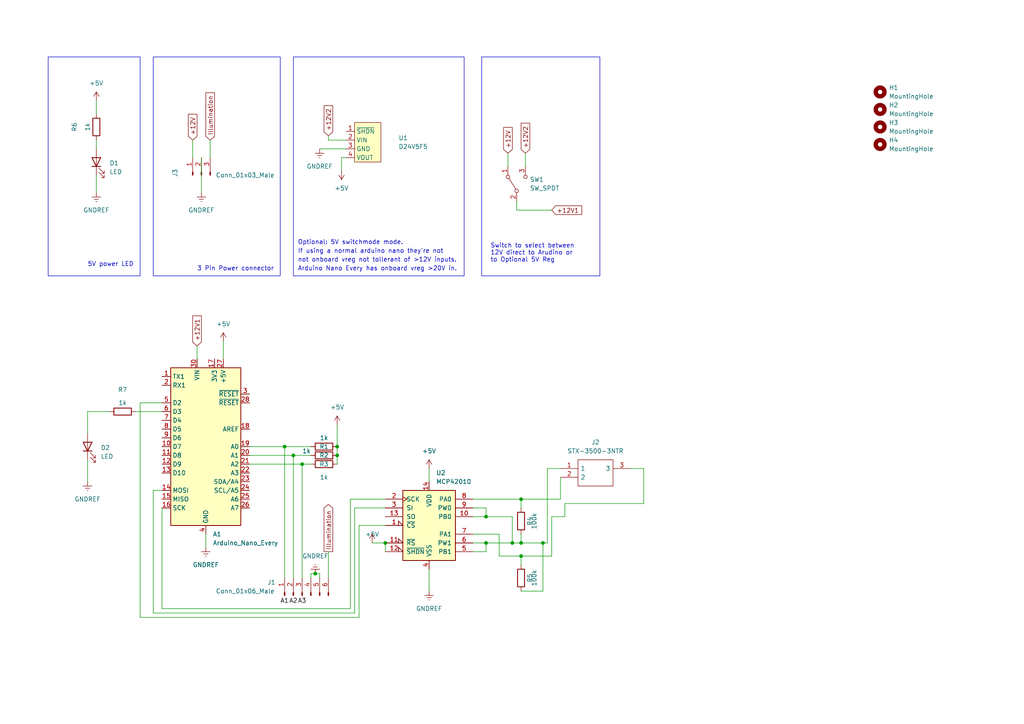
<source format=kicad_sch>
(kicad_sch (version 20230121) (generator eeschema)

  (uuid 6c4a2d6d-f791-4f5f-8cad-a0ab38aa5f4a)

  (paper "A4")

  (lib_symbols
    (symbol "Connector:Conn_01x03_Male" (pin_names (offset 1.016) hide) (in_bom yes) (on_board yes)
      (property "Reference" "J" (at 0 5.08 0)
        (effects (font (size 1.27 1.27)))
      )
      (property "Value" "Conn_01x03_Male" (at 0 -5.08 0)
        (effects (font (size 1.27 1.27)))
      )
      (property "Footprint" "" (at 0 0 0)
        (effects (font (size 1.27 1.27)) hide)
      )
      (property "Datasheet" "~" (at 0 0 0)
        (effects (font (size 1.27 1.27)) hide)
      )
      (property "ki_keywords" "connector" (at 0 0 0)
        (effects (font (size 1.27 1.27)) hide)
      )
      (property "ki_description" "Generic connector, single row, 01x03, script generated (kicad-library-utils/schlib/autogen/connector/)" (at 0 0 0)
        (effects (font (size 1.27 1.27)) hide)
      )
      (property "ki_fp_filters" "Connector*:*_1x??_*" (at 0 0 0)
        (effects (font (size 1.27 1.27)) hide)
      )
      (symbol "Conn_01x03_Male_1_1"
        (polyline
          (pts
            (xy 1.27 -2.54)
            (xy 0.8636 -2.54)
          )
          (stroke (width 0.1524) (type default))
          (fill (type none))
        )
        (polyline
          (pts
            (xy 1.27 0)
            (xy 0.8636 0)
          )
          (stroke (width 0.1524) (type default))
          (fill (type none))
        )
        (polyline
          (pts
            (xy 1.27 2.54)
            (xy 0.8636 2.54)
          )
          (stroke (width 0.1524) (type default))
          (fill (type none))
        )
        (rectangle (start 0.8636 -2.413) (end 0 -2.667)
          (stroke (width 0.1524) (type default))
          (fill (type outline))
        )
        (rectangle (start 0.8636 0.127) (end 0 -0.127)
          (stroke (width 0.1524) (type default))
          (fill (type outline))
        )
        (rectangle (start 0.8636 2.667) (end 0 2.413)
          (stroke (width 0.1524) (type default))
          (fill (type outline))
        )
        (pin passive line (at 5.08 2.54 180) (length 3.81)
          (name "Pin_1" (effects (font (size 1.27 1.27))))
          (number "1" (effects (font (size 1.27 1.27))))
        )
        (pin passive line (at 5.08 0 180) (length 3.81)
          (name "Pin_2" (effects (font (size 1.27 1.27))))
          (number "2" (effects (font (size 1.27 1.27))))
        )
        (pin passive line (at 5.08 -2.54 180) (length 3.81)
          (name "Pin_3" (effects (font (size 1.27 1.27))))
          (number "3" (effects (font (size 1.27 1.27))))
        )
      )
    )
    (symbol "Connector:Conn_01x06_Male" (pin_names (offset 1.016) hide) (in_bom yes) (on_board yes)
      (property "Reference" "J" (at 0 7.62 0)
        (effects (font (size 1.27 1.27)))
      )
      (property "Value" "Conn_01x06_Male" (at 0 -10.16 0)
        (effects (font (size 1.27 1.27)))
      )
      (property "Footprint" "" (at 0 0 0)
        (effects (font (size 1.27 1.27)) hide)
      )
      (property "Datasheet" "~" (at 0 0 0)
        (effects (font (size 1.27 1.27)) hide)
      )
      (property "ki_keywords" "connector" (at 0 0 0)
        (effects (font (size 1.27 1.27)) hide)
      )
      (property "ki_description" "Generic connector, single row, 01x06, script generated (kicad-library-utils/schlib/autogen/connector/)" (at 0 0 0)
        (effects (font (size 1.27 1.27)) hide)
      )
      (property "ki_fp_filters" "Connector*:*_1x??_*" (at 0 0 0)
        (effects (font (size 1.27 1.27)) hide)
      )
      (symbol "Conn_01x06_Male_1_1"
        (polyline
          (pts
            (xy 1.27 -7.62)
            (xy 0.8636 -7.62)
          )
          (stroke (width 0.1524) (type default))
          (fill (type none))
        )
        (polyline
          (pts
            (xy 1.27 -5.08)
            (xy 0.8636 -5.08)
          )
          (stroke (width 0.1524) (type default))
          (fill (type none))
        )
        (polyline
          (pts
            (xy 1.27 -2.54)
            (xy 0.8636 -2.54)
          )
          (stroke (width 0.1524) (type default))
          (fill (type none))
        )
        (polyline
          (pts
            (xy 1.27 0)
            (xy 0.8636 0)
          )
          (stroke (width 0.1524) (type default))
          (fill (type none))
        )
        (polyline
          (pts
            (xy 1.27 2.54)
            (xy 0.8636 2.54)
          )
          (stroke (width 0.1524) (type default))
          (fill (type none))
        )
        (polyline
          (pts
            (xy 1.27 5.08)
            (xy 0.8636 5.08)
          )
          (stroke (width 0.1524) (type default))
          (fill (type none))
        )
        (rectangle (start 0.8636 -7.493) (end 0 -7.747)
          (stroke (width 0.1524) (type default))
          (fill (type outline))
        )
        (rectangle (start 0.8636 -4.953) (end 0 -5.207)
          (stroke (width 0.1524) (type default))
          (fill (type outline))
        )
        (rectangle (start 0.8636 -2.413) (end 0 -2.667)
          (stroke (width 0.1524) (type default))
          (fill (type outline))
        )
        (rectangle (start 0.8636 0.127) (end 0 -0.127)
          (stroke (width 0.1524) (type default))
          (fill (type outline))
        )
        (rectangle (start 0.8636 2.667) (end 0 2.413)
          (stroke (width 0.1524) (type default))
          (fill (type outline))
        )
        (rectangle (start 0.8636 5.207) (end 0 4.953)
          (stroke (width 0.1524) (type default))
          (fill (type outline))
        )
        (pin passive line (at 5.08 5.08 180) (length 3.81)
          (name "Pin_1" (effects (font (size 1.27 1.27))))
          (number "1" (effects (font (size 1.27 1.27))))
        )
        (pin passive line (at 5.08 2.54 180) (length 3.81)
          (name "Pin_2" (effects (font (size 1.27 1.27))))
          (number "2" (effects (font (size 1.27 1.27))))
        )
        (pin passive line (at 5.08 0 180) (length 3.81)
          (name "Pin_3" (effects (font (size 1.27 1.27))))
          (number "3" (effects (font (size 1.27 1.27))))
        )
        (pin passive line (at 5.08 -2.54 180) (length 3.81)
          (name "Pin_4" (effects (font (size 1.27 1.27))))
          (number "4" (effects (font (size 1.27 1.27))))
        )
        (pin passive line (at 5.08 -5.08 180) (length 3.81)
          (name "Pin_5" (effects (font (size 1.27 1.27))))
          (number "5" (effects (font (size 1.27 1.27))))
        )
        (pin passive line (at 5.08 -7.62 180) (length 3.81)
          (name "Pin_6" (effects (font (size 1.27 1.27))))
          (number "6" (effects (font (size 1.27 1.27))))
        )
      )
    )
    (symbol "Device:LED" (pin_numbers hide) (pin_names (offset 1.016) hide) (in_bom yes) (on_board yes)
      (property "Reference" "D" (at 0 2.54 0)
        (effects (font (size 1.27 1.27)))
      )
      (property "Value" "LED" (at 0 -2.54 0)
        (effects (font (size 1.27 1.27)))
      )
      (property "Footprint" "" (at 0 0 0)
        (effects (font (size 1.27 1.27)) hide)
      )
      (property "Datasheet" "~" (at 0 0 0)
        (effects (font (size 1.27 1.27)) hide)
      )
      (property "ki_keywords" "LED diode" (at 0 0 0)
        (effects (font (size 1.27 1.27)) hide)
      )
      (property "ki_description" "Light emitting diode" (at 0 0 0)
        (effects (font (size 1.27 1.27)) hide)
      )
      (property "ki_fp_filters" "LED* LED_SMD:* LED_THT:*" (at 0 0 0)
        (effects (font (size 1.27 1.27)) hide)
      )
      (symbol "LED_0_1"
        (polyline
          (pts
            (xy -1.27 -1.27)
            (xy -1.27 1.27)
          )
          (stroke (width 0.254) (type default))
          (fill (type none))
        )
        (polyline
          (pts
            (xy -1.27 0)
            (xy 1.27 0)
          )
          (stroke (width 0) (type default))
          (fill (type none))
        )
        (polyline
          (pts
            (xy 1.27 -1.27)
            (xy 1.27 1.27)
            (xy -1.27 0)
            (xy 1.27 -1.27)
          )
          (stroke (width 0.254) (type default))
          (fill (type none))
        )
        (polyline
          (pts
            (xy -3.048 -0.762)
            (xy -4.572 -2.286)
            (xy -3.81 -2.286)
            (xy -4.572 -2.286)
            (xy -4.572 -1.524)
          )
          (stroke (width 0) (type default))
          (fill (type none))
        )
        (polyline
          (pts
            (xy -1.778 -0.762)
            (xy -3.302 -2.286)
            (xy -2.54 -2.286)
            (xy -3.302 -2.286)
            (xy -3.302 -1.524)
          )
          (stroke (width 0) (type default))
          (fill (type none))
        )
      )
      (symbol "LED_1_1"
        (pin passive line (at -3.81 0 0) (length 2.54)
          (name "K" (effects (font (size 1.27 1.27))))
          (number "1" (effects (font (size 1.27 1.27))))
        )
        (pin passive line (at 3.81 0 180) (length 2.54)
          (name "A" (effects (font (size 1.27 1.27))))
          (number "2" (effects (font (size 1.27 1.27))))
        )
      )
    )
    (symbol "Device:R" (pin_numbers hide) (pin_names (offset 0)) (in_bom yes) (on_board yes)
      (property "Reference" "R" (at 2.032 0 90)
        (effects (font (size 1.27 1.27)))
      )
      (property "Value" "R" (at 0 0 90)
        (effects (font (size 1.27 1.27)))
      )
      (property "Footprint" "" (at -1.778 0 90)
        (effects (font (size 1.27 1.27)) hide)
      )
      (property "Datasheet" "~" (at 0 0 0)
        (effects (font (size 1.27 1.27)) hide)
      )
      (property "ki_keywords" "R res resistor" (at 0 0 0)
        (effects (font (size 1.27 1.27)) hide)
      )
      (property "ki_description" "Resistor" (at 0 0 0)
        (effects (font (size 1.27 1.27)) hide)
      )
      (property "ki_fp_filters" "R_*" (at 0 0 0)
        (effects (font (size 1.27 1.27)) hide)
      )
      (symbol "R_0_1"
        (rectangle (start -1.016 -2.54) (end 1.016 2.54)
          (stroke (width 0.254) (type default))
          (fill (type none))
        )
      )
      (symbol "R_1_1"
        (pin passive line (at 0 3.81 270) (length 1.27)
          (name "~" (effects (font (size 1.27 1.27))))
          (number "1" (effects (font (size 1.27 1.27))))
        )
        (pin passive line (at 0 -3.81 90) (length 1.27)
          (name "~" (effects (font (size 1.27 1.27))))
          (number "2" (effects (font (size 1.27 1.27))))
        )
      )
    )
    (symbol "MCU_Module:Arduino_Nano_Every" (in_bom yes) (on_board yes)
      (property "Reference" "A" (at -10.16 23.495 0)
        (effects (font (size 1.27 1.27)) (justify left bottom))
      )
      (property "Value" "Arduino_Nano_Every" (at 5.08 -24.13 0)
        (effects (font (size 1.27 1.27)) (justify left top))
      )
      (property "Footprint" "Module:Arduino_Nano" (at 0 0 0)
        (effects (font (size 1.27 1.27) italic) hide)
      )
      (property "Datasheet" "https://content.arduino.cc/assets/NANOEveryV3.0_sch.pdf" (at 0 0 0)
        (effects (font (size 1.27 1.27)) hide)
      )
      (property "ki_keywords" "Arduino nano microcontroller module USB UPDI AATMega4809 AVR" (at 0 0 0)
        (effects (font (size 1.27 1.27)) hide)
      )
      (property "ki_description" "Arduino Nano Every" (at 0 0 0)
        (effects (font (size 1.27 1.27)) hide)
      )
      (property "ki_fp_filters" "Arduino*Nano*" (at 0 0 0)
        (effects (font (size 1.27 1.27)) hide)
      )
      (symbol "Arduino_Nano_Every_0_1"
        (rectangle (start -10.16 22.86) (end 10.16 -22.86)
          (stroke (width 0.254) (type default))
          (fill (type background))
        )
      )
      (symbol "Arduino_Nano_Every_1_1"
        (pin bidirectional line (at -12.7 20.32 0) (length 2.54)
          (name "TX1" (effects (font (size 1.27 1.27))))
          (number "1" (effects (font (size 1.27 1.27))))
        )
        (pin bidirectional line (at -12.7 0 0) (length 2.54)
          (name "D7" (effects (font (size 1.27 1.27))))
          (number "10" (effects (font (size 1.27 1.27))))
        )
        (pin bidirectional line (at -12.7 -2.54 0) (length 2.54)
          (name "D8" (effects (font (size 1.27 1.27))))
          (number "11" (effects (font (size 1.27 1.27))))
        )
        (pin bidirectional line (at -12.7 -5.08 0) (length 2.54)
          (name "D9" (effects (font (size 1.27 1.27))))
          (number "12" (effects (font (size 1.27 1.27))))
        )
        (pin bidirectional line (at -12.7 -7.62 0) (length 2.54)
          (name "D10" (effects (font (size 1.27 1.27))))
          (number "13" (effects (font (size 1.27 1.27))))
        )
        (pin bidirectional line (at -12.7 -12.7 0) (length 2.54)
          (name "MOSI" (effects (font (size 1.27 1.27))))
          (number "14" (effects (font (size 1.27 1.27))))
        )
        (pin bidirectional line (at -12.7 -15.24 0) (length 2.54)
          (name "MISO" (effects (font (size 1.27 1.27))))
          (number "15" (effects (font (size 1.27 1.27))))
        )
        (pin bidirectional line (at -12.7 -17.78 0) (length 2.54)
          (name "SCK" (effects (font (size 1.27 1.27))))
          (number "16" (effects (font (size 1.27 1.27))))
        )
        (pin power_out line (at 2.54 25.4 270) (length 2.54)
          (name "3V3" (effects (font (size 1.27 1.27))))
          (number "17" (effects (font (size 1.27 1.27))))
        )
        (pin input line (at 12.7 5.08 180) (length 2.54)
          (name "AREF" (effects (font (size 1.27 1.27))))
          (number "18" (effects (font (size 1.27 1.27))))
        )
        (pin bidirectional line (at 12.7 0 180) (length 2.54)
          (name "A0" (effects (font (size 1.27 1.27))))
          (number "19" (effects (font (size 1.27 1.27))))
        )
        (pin bidirectional line (at -12.7 17.78 0) (length 2.54)
          (name "RX1" (effects (font (size 1.27 1.27))))
          (number "2" (effects (font (size 1.27 1.27))))
        )
        (pin bidirectional line (at 12.7 -2.54 180) (length 2.54)
          (name "A1" (effects (font (size 1.27 1.27))))
          (number "20" (effects (font (size 1.27 1.27))))
        )
        (pin bidirectional line (at 12.7 -5.08 180) (length 2.54)
          (name "A2" (effects (font (size 1.27 1.27))))
          (number "21" (effects (font (size 1.27 1.27))))
        )
        (pin bidirectional line (at 12.7 -7.62 180) (length 2.54)
          (name "A3" (effects (font (size 1.27 1.27))))
          (number "22" (effects (font (size 1.27 1.27))))
        )
        (pin bidirectional line (at 12.7 -10.16 180) (length 2.54)
          (name "SDA/A4" (effects (font (size 1.27 1.27))))
          (number "23" (effects (font (size 1.27 1.27))))
        )
        (pin bidirectional line (at 12.7 -12.7 180) (length 2.54)
          (name "SCL/A5" (effects (font (size 1.27 1.27))))
          (number "24" (effects (font (size 1.27 1.27))))
        )
        (pin bidirectional line (at 12.7 -15.24 180) (length 2.54)
          (name "A6" (effects (font (size 1.27 1.27))))
          (number "25" (effects (font (size 1.27 1.27))))
        )
        (pin bidirectional line (at 12.7 -17.78 180) (length 2.54)
          (name "A7" (effects (font (size 1.27 1.27))))
          (number "26" (effects (font (size 1.27 1.27))))
        )
        (pin power_out line (at 5.08 25.4 270) (length 2.54)
          (name "+5V" (effects (font (size 1.27 1.27))))
          (number "27" (effects (font (size 1.27 1.27))))
        )
        (pin input line (at 12.7 12.7 180) (length 2.54)
          (name "~{RESET}" (effects (font (size 1.27 1.27))))
          (number "28" (effects (font (size 1.27 1.27))))
        )
        (pin passive line (at 0 -25.4 90) (length 2.54) hide
          (name "GND" (effects (font (size 1.27 1.27))))
          (number "29" (effects (font (size 1.27 1.27))))
        )
        (pin input line (at 12.7 15.24 180) (length 2.54)
          (name "~{RESET}" (effects (font (size 1.27 1.27))))
          (number "3" (effects (font (size 1.27 1.27))))
        )
        (pin power_in line (at -2.54 25.4 270) (length 2.54)
          (name "VIN" (effects (font (size 1.27 1.27))))
          (number "30" (effects (font (size 1.27 1.27))))
        )
        (pin power_in line (at 0 -25.4 90) (length 2.54)
          (name "GND" (effects (font (size 1.27 1.27))))
          (number "4" (effects (font (size 1.27 1.27))))
        )
        (pin bidirectional line (at -12.7 12.7 0) (length 2.54)
          (name "D2" (effects (font (size 1.27 1.27))))
          (number "5" (effects (font (size 1.27 1.27))))
        )
        (pin bidirectional line (at -12.7 10.16 0) (length 2.54)
          (name "D3" (effects (font (size 1.27 1.27))))
          (number "6" (effects (font (size 1.27 1.27))))
        )
        (pin bidirectional line (at -12.7 7.62 0) (length 2.54)
          (name "D4" (effects (font (size 1.27 1.27))))
          (number "7" (effects (font (size 1.27 1.27))))
        )
        (pin bidirectional line (at -12.7 5.08 0) (length 2.54)
          (name "D5" (effects (font (size 1.27 1.27))))
          (number "8" (effects (font (size 1.27 1.27))))
        )
        (pin bidirectional line (at -12.7 2.54 0) (length 2.54)
          (name "D6" (effects (font (size 1.27 1.27))))
          (number "9" (effects (font (size 1.27 1.27))))
        )
      )
    )
    (symbol "MatsSymbols:D24V5F5" (in_bom yes) (on_board yes)
      (property "Reference" "U" (at 0 0 0)
        (effects (font (size 1.27 1.27)))
      )
      (property "Value" "D24V5F5" (at 0 -2.54 0)
        (effects (font (size 1.27 1.27)))
      )
      (property "Footprint" "" (at 0 0 0)
        (effects (font (size 1.27 1.27)) hide)
      )
      (property "Datasheet" "" (at 0 0 0)
        (effects (font (size 1.27 1.27)) hide)
      )
      (symbol "D24V5F5_0_1"
        (rectangle (start -5.08 -3.81) (end 6.35 -11.43)
          (stroke (width 0) (type default))
          (fill (type background))
        )
        (rectangle (start 0 0) (end 0 0)
          (stroke (width 0) (type default))
          (fill (type none))
        )
      )
      (symbol "D24V5F5_1_1"
        (pin input line (at -2.54 -13.97 90) (length 2.54)
          (name "~{SHDN}" (effects (font (size 1.27 1.27))))
          (number "1" (effects (font (size 1.27 1.27))))
        )
        (pin input line (at 0 -13.97 90) (length 2.54)
          (name "VIN" (effects (font (size 1.27 1.27))))
          (number "2" (effects (font (size 1.27 1.27))))
        )
        (pin unspecified line (at 2.54 -13.97 90) (length 2.54)
          (name "GND" (effects (font (size 1.27 1.27))))
          (number "3" (effects (font (size 1.27 1.27))))
        )
        (pin output line (at 5.08 -13.97 90) (length 2.54)
          (name "VOUT" (effects (font (size 1.27 1.27))))
          (number "4" (effects (font (size 1.27 1.27))))
        )
      )
    )
    (symbol "Mechanical:MountingHole" (pin_names (offset 1.016)) (in_bom yes) (on_board yes)
      (property "Reference" "H" (at 0 5.08 0)
        (effects (font (size 1.27 1.27)))
      )
      (property "Value" "MountingHole" (at 0 3.175 0)
        (effects (font (size 1.27 1.27)))
      )
      (property "Footprint" "" (at 0 0 0)
        (effects (font (size 1.27 1.27)) hide)
      )
      (property "Datasheet" "~" (at 0 0 0)
        (effects (font (size 1.27 1.27)) hide)
      )
      (property "ki_keywords" "mounting hole" (at 0 0 0)
        (effects (font (size 1.27 1.27)) hide)
      )
      (property "ki_description" "Mounting Hole without connection" (at 0 0 0)
        (effects (font (size 1.27 1.27)) hide)
      )
      (property "ki_fp_filters" "MountingHole*" (at 0 0 0)
        (effects (font (size 1.27 1.27)) hide)
      )
      (symbol "MountingHole_0_1"
        (circle (center 0 0) (radius 1.27)
          (stroke (width 1.27) (type default))
          (fill (type none))
        )
      )
    )
    (symbol "Potentiometer_Digital:MCP42010" (pin_names (offset 1.016)) (in_bom yes) (on_board yes)
      (property "Reference" "U" (at -7.62 11.43 0)
        (effects (font (size 1.27 1.27)) (justify left))
      )
      (property "Value" "MCP42010" (at 2.54 11.43 0)
        (effects (font (size 1.27 1.27)) (justify left))
      )
      (property "Footprint" "" (at 0 2.54 0)
        (effects (font (size 1.27 1.27)) hide)
      )
      (property "Datasheet" "http://ww1.microchip.com/downloads/en/DeviceDoc/11195c.pdf" (at 0 2.54 0)
        (effects (font (size 1.27 1.27)) hide)
      )
      (property "ki_keywords" "R POT" (at 0 0 0)
        (effects (font (size 1.27 1.27)) hide)
      )
      (property "ki_description" "Dual Digital Potentiometer, SPI interface, 256 taps, 10 kohm" (at 0 0 0)
        (effects (font (size 1.27 1.27)) hide)
      )
      (property "ki_fp_filters" "DIP*W7.62mm* SOIC*3.9x8.7mm*P1.27mm* TSSOP*4.4x5mm*P0.65mm*" (at 0 0 0)
        (effects (font (size 1.27 1.27)) hide)
      )
      (symbol "MCP42010_0_1"
        (rectangle (start -7.62 10.16) (end 7.62 -10.16)
          (stroke (width 0.254) (type default))
          (fill (type background))
        )
      )
      (symbol "MCP42010_1_1"
        (pin input input_low (at -12.7 0 0) (length 5.08)
          (name "~{CS}" (effects (font (size 1.27 1.27))))
          (number "1" (effects (font (size 1.27 1.27))))
        )
        (pin passive line (at 12.7 2.54 180) (length 5.08)
          (name "PB0" (effects (font (size 1.27 1.27))))
          (number "10" (effects (font (size 1.27 1.27))))
        )
        (pin input input_low (at -12.7 -5.08 0) (length 5.08)
          (name "~{RS}" (effects (font (size 1.27 1.27))))
          (number "11" (effects (font (size 1.27 1.27))))
        )
        (pin input input_low (at -12.7 -7.62 0) (length 5.08)
          (name "~{SHDN}" (effects (font (size 1.27 1.27))))
          (number "12" (effects (font (size 1.27 1.27))))
        )
        (pin output line (at -12.7 2.54 0) (length 5.08)
          (name "SO" (effects (font (size 1.27 1.27))))
          (number "13" (effects (font (size 1.27 1.27))))
        )
        (pin power_in line (at 0 12.7 270) (length 2.54)
          (name "VDD" (effects (font (size 1.27 1.27))))
          (number "14" (effects (font (size 1.27 1.27))))
        )
        (pin input clock (at -12.7 7.62 0) (length 5.08)
          (name "SCK" (effects (font (size 1.27 1.27))))
          (number "2" (effects (font (size 1.27 1.27))))
        )
        (pin input line (at -12.7 5.08 0) (length 5.08)
          (name "SI" (effects (font (size 1.27 1.27))))
          (number "3" (effects (font (size 1.27 1.27))))
        )
        (pin power_in line (at 0 -12.7 90) (length 2.54)
          (name "VSS" (effects (font (size 1.27 1.27))))
          (number "4" (effects (font (size 1.27 1.27))))
        )
        (pin passive line (at 12.7 -7.62 180) (length 5.08)
          (name "PB1" (effects (font (size 1.27 1.27))))
          (number "5" (effects (font (size 1.27 1.27))))
        )
        (pin passive line (at 12.7 -5.08 180) (length 5.08)
          (name "PW1" (effects (font (size 1.27 1.27))))
          (number "6" (effects (font (size 1.27 1.27))))
        )
        (pin passive line (at 12.7 -2.54 180) (length 5.08)
          (name "PA1" (effects (font (size 1.27 1.27))))
          (number "7" (effects (font (size 1.27 1.27))))
        )
        (pin passive line (at 12.7 7.62 180) (length 5.08)
          (name "PA0" (effects (font (size 1.27 1.27))))
          (number "8" (effects (font (size 1.27 1.27))))
        )
        (pin passive line (at 12.7 5.08 180) (length 5.08)
          (name "PW0" (effects (font (size 1.27 1.27))))
          (number "9" (effects (font (size 1.27 1.27))))
        )
      )
    )
    (symbol "SamacSys_Parts:STX-3500-3NTR" (pin_names (offset 0.762)) (in_bom yes) (on_board yes)
      (property "Reference" "J" (at 16.51 7.62 0)
        (effects (font (size 1.27 1.27)) (justify left))
      )
      (property "Value" "STX-3500-3NTR" (at 16.51 5.08 0)
        (effects (font (size 1.27 1.27)) (justify left))
      )
      (property "Footprint" "STX35003NTR" (at 16.51 2.54 0)
        (effects (font (size 1.27 1.27)) (justify left) hide)
      )
      (property "Datasheet" "http://www.kycon.com/Pub_Eng_Draw/STX-3500-3N.pdf" (at 16.51 0 0)
        (effects (font (size 1.27 1.27)) (justify left) hide)
      )
      (property "Description" "Phone Connectors 3.5mm SMT STEREO BLK 3P ALL PLASTIC T/R" (at 16.51 -2.54 0)
        (effects (font (size 1.27 1.27)) (justify left) hide)
      )
      (property "Height" "5.15" (at 16.51 -5.08 0)
        (effects (font (size 1.27 1.27)) (justify left) hide)
      )
      (property "Mouser Part Number" "806-STX-3500-3NTR" (at 16.51 -7.62 0)
        (effects (font (size 1.27 1.27)) (justify left) hide)
      )
      (property "Mouser Price/Stock" "https://www.mouser.co.uk/ProductDetail/Kycon/STX-3500-3NTR?qs=xBCDPT02SF0kn6m%2FFKSPOw%3D%3D" (at 16.51 -10.16 0)
        (effects (font (size 1.27 1.27)) (justify left) hide)
      )
      (property "Manufacturer_Name" "Kycon" (at 16.51 -12.7 0)
        (effects (font (size 1.27 1.27)) (justify left) hide)
      )
      (property "Manufacturer_Part_Number" "STX-3500-3NTR" (at 16.51 -15.24 0)
        (effects (font (size 1.27 1.27)) (justify left) hide)
      )
      (property "ki_description" "Phone Connectors 3.5mm SMT STEREO BLK 3P ALL PLASTIC T/R" (at 0 0 0)
        (effects (font (size 1.27 1.27)) hide)
      )
      (symbol "STX-3500-3NTR_0_0"
        (pin passive line (at 0 0 0) (length 5.08)
          (name "1" (effects (font (size 1.27 1.27))))
          (number "1" (effects (font (size 1.27 1.27))))
        )
        (pin passive line (at 0 -2.54 0) (length 5.08)
          (name "2" (effects (font (size 1.27 1.27))))
          (number "2" (effects (font (size 1.27 1.27))))
        )
        (pin passive line (at 20.32 0 180) (length 5.08)
          (name "3" (effects (font (size 1.27 1.27))))
          (number "3" (effects (font (size 1.27 1.27))))
        )
      )
      (symbol "STX-3500-3NTR_0_1"
        (polyline
          (pts
            (xy 5.08 2.54)
            (xy 15.24 2.54)
            (xy 15.24 -5.08)
            (xy 5.08 -5.08)
            (xy 5.08 2.54)
          )
          (stroke (width 0.1524) (type default))
          (fill (type none))
        )
      )
    )
    (symbol "Switch:SW_SPDT" (pin_names (offset 0) hide) (in_bom yes) (on_board yes)
      (property "Reference" "SW" (at 0 4.318 0)
        (effects (font (size 1.27 1.27)))
      )
      (property "Value" "SW_SPDT" (at 0 -5.08 0)
        (effects (font (size 1.27 1.27)))
      )
      (property "Footprint" "" (at 0 0 0)
        (effects (font (size 1.27 1.27)) hide)
      )
      (property "Datasheet" "~" (at 0 0 0)
        (effects (font (size 1.27 1.27)) hide)
      )
      (property "ki_keywords" "switch single-pole double-throw spdt ON-ON" (at 0 0 0)
        (effects (font (size 1.27 1.27)) hide)
      )
      (property "ki_description" "Switch, single pole double throw" (at 0 0 0)
        (effects (font (size 1.27 1.27)) hide)
      )
      (symbol "SW_SPDT_0_0"
        (circle (center -2.032 0) (radius 0.508)
          (stroke (width 0) (type default))
          (fill (type none))
        )
        (circle (center 2.032 -2.54) (radius 0.508)
          (stroke (width 0) (type default))
          (fill (type none))
        )
      )
      (symbol "SW_SPDT_0_1"
        (polyline
          (pts
            (xy -1.524 0.254)
            (xy 1.651 2.286)
          )
          (stroke (width 0) (type default))
          (fill (type none))
        )
        (circle (center 2.032 2.54) (radius 0.508)
          (stroke (width 0) (type default))
          (fill (type none))
        )
      )
      (symbol "SW_SPDT_1_1"
        (pin passive line (at 5.08 2.54 180) (length 2.54)
          (name "A" (effects (font (size 1.27 1.27))))
          (number "1" (effects (font (size 1.27 1.27))))
        )
        (pin passive line (at -5.08 0 0) (length 2.54)
          (name "B" (effects (font (size 1.27 1.27))))
          (number "2" (effects (font (size 1.27 1.27))))
        )
        (pin passive line (at 5.08 -2.54 180) (length 2.54)
          (name "C" (effects (font (size 1.27 1.27))))
          (number "3" (effects (font (size 1.27 1.27))))
        )
      )
    )
    (symbol "power:+5V" (power) (pin_names (offset 0)) (in_bom yes) (on_board yes)
      (property "Reference" "#PWR" (at 0 -3.81 0)
        (effects (font (size 1.27 1.27)) hide)
      )
      (property "Value" "+5V" (at 0 3.556 0)
        (effects (font (size 1.27 1.27)))
      )
      (property "Footprint" "" (at 0 0 0)
        (effects (font (size 1.27 1.27)) hide)
      )
      (property "Datasheet" "" (at 0 0 0)
        (effects (font (size 1.27 1.27)) hide)
      )
      (property "ki_keywords" "power-flag" (at 0 0 0)
        (effects (font (size 1.27 1.27)) hide)
      )
      (property "ki_description" "Power symbol creates a global label with name \"+5V\"" (at 0 0 0)
        (effects (font (size 1.27 1.27)) hide)
      )
      (symbol "+5V_0_1"
        (polyline
          (pts
            (xy -0.762 1.27)
            (xy 0 2.54)
          )
          (stroke (width 0) (type default))
          (fill (type none))
        )
        (polyline
          (pts
            (xy 0 0)
            (xy 0 2.54)
          )
          (stroke (width 0) (type default))
          (fill (type none))
        )
        (polyline
          (pts
            (xy 0 2.54)
            (xy 0.762 1.27)
          )
          (stroke (width 0) (type default))
          (fill (type none))
        )
      )
      (symbol "+5V_1_1"
        (pin power_in line (at 0 0 90) (length 0) hide
          (name "+5V" (effects (font (size 1.27 1.27))))
          (number "1" (effects (font (size 1.27 1.27))))
        )
      )
    )
    (symbol "power:GNDREF" (power) (pin_names (offset 0)) (in_bom yes) (on_board yes)
      (property "Reference" "#PWR" (at 0 -6.35 0)
        (effects (font (size 1.27 1.27)) hide)
      )
      (property "Value" "GNDREF" (at 0 -3.81 0)
        (effects (font (size 1.27 1.27)))
      )
      (property "Footprint" "" (at 0 0 0)
        (effects (font (size 1.27 1.27)) hide)
      )
      (property "Datasheet" "" (at 0 0 0)
        (effects (font (size 1.27 1.27)) hide)
      )
      (property "ki_keywords" "power-flag" (at 0 0 0)
        (effects (font (size 1.27 1.27)) hide)
      )
      (property "ki_description" "Power symbol creates a global label with name \"GNDREF\" , reference supply ground" (at 0 0 0)
        (effects (font (size 1.27 1.27)) hide)
      )
      (symbol "GNDREF_0_1"
        (polyline
          (pts
            (xy -0.635 -1.905)
            (xy 0.635 -1.905)
          )
          (stroke (width 0) (type default))
          (fill (type none))
        )
        (polyline
          (pts
            (xy -0.127 -2.54)
            (xy 0.127 -2.54)
          )
          (stroke (width 0) (type default))
          (fill (type none))
        )
        (polyline
          (pts
            (xy 0 -1.27)
            (xy 0 0)
          )
          (stroke (width 0) (type default))
          (fill (type none))
        )
        (polyline
          (pts
            (xy 1.27 -1.27)
            (xy -1.27 -1.27)
          )
          (stroke (width 0) (type default))
          (fill (type none))
        )
      )
      (symbol "GNDREF_1_1"
        (pin power_in line (at 0 0 270) (length 0) hide
          (name "GNDREF" (effects (font (size 1.27 1.27))))
          (number "1" (effects (font (size 1.27 1.27))))
        )
      )
    )
  )

  (junction (at 91.44 166.37) (diameter 0) (color 0 0 0 0)
    (uuid 07b6094a-ea48-4432-82f2-d4653ec3e8da)
  )
  (junction (at 87.63 134.62) (diameter 0) (color 0 0 0 0)
    (uuid 3ab2364b-1ed7-47ee-8ed3-edd71eab2552)
  )
  (junction (at 97.79 132.08) (diameter 0) (color 0 0 0 0)
    (uuid 46877515-ec13-4f26-837e-9a6ceab878b9)
  )
  (junction (at 157.48 157.48) (diameter 0) (color 0 0 0 0)
    (uuid 560b372f-5ce0-4776-a8fd-50c469cad333)
  )
  (junction (at 111.76 157.48) (diameter 0) (color 0 0 0 0)
    (uuid 5c4230eb-fd57-484a-90c2-bb2c1353a264)
  )
  (junction (at 151.13 157.48) (diameter 0) (color 0 0 0 0)
    (uuid 5f9e5197-872b-466e-b5a5-512dc4b1cc8a)
  )
  (junction (at 97.79 129.54) (diameter 0) (color 0 0 0 0)
    (uuid 63ac8ff3-f10e-44fc-a25c-f96b2756e019)
  )
  (junction (at 151.13 144.78) (diameter 0) (color 0 0 0 0)
    (uuid 75ce889d-4e18-49e8-9356-2aee1908528b)
  )
  (junction (at 148.59 157.48) (diameter 0) (color 0 0 0 0)
    (uuid 76d3be16-b0fd-4bba-89f8-4715e66b7af2)
  )
  (junction (at 140.97 157.48) (diameter 0) (color 0 0 0 0)
    (uuid 89558ff9-c1c2-456a-9fc7-6ddffdc6ce6e)
  )
  (junction (at 140.97 149.86) (diameter 0) (color 0 0 0 0)
    (uuid 9e1d4338-32c8-4cf7-9c2b-bdcf54c557d8)
  )
  (junction (at 151.13 161.29) (diameter 0) (color 0 0 0 0)
    (uuid 9ec39917-4763-4b54-b200-6388d9b208ee)
  )
  (junction (at 82.55 129.54) (diameter 0) (color 0 0 0 0)
    (uuid b46fa261-d79f-4276-a7be-019c454bdcb7)
  )
  (junction (at 85.09 132.08) (diameter 0) (color 0 0 0 0)
    (uuid c9728595-9c62-41c5-9530-48a3b36a492b)
  )

  (wire (pts (xy 46.99 142.24) (xy 44.45 142.24))
    (stroke (width 0) (type default))
    (uuid 09db4325-e28d-46bc-bcab-b374d83e0f96)
  )
  (wire (pts (xy 148.59 157.48) (xy 151.13 157.48))
    (stroke (width 0) (type default))
    (uuid 0c84ad54-6574-4f7d-bfda-3fd4559938af)
  )
  (wire (pts (xy 90.17 167.64) (xy 90.17 166.37))
    (stroke (width 0) (type default))
    (uuid 0d434de7-eb89-4073-ae65-e227e4ae42b5)
  )
  (wire (pts (xy 58.42 45.72) (xy 58.42 55.88))
    (stroke (width 0) (type default))
    (uuid 2041cbab-6568-4189-b826-9e9c7b4547d0)
  )
  (wire (pts (xy 186.69 146.05) (xy 163.83 146.05))
    (stroke (width 0) (type default))
    (uuid 22c7a86c-c7d2-41e0-91f4-cbb3e07f245d)
  )
  (wire (pts (xy 111.76 147.32) (xy 102.87 147.32))
    (stroke (width 0) (type default))
    (uuid 26032b07-79d2-41f4-a575-bd846c213833)
  )
  (wire (pts (xy 157.48 157.48) (xy 157.48 171.45))
    (stroke (width 0) (type default))
    (uuid 29a51740-f57f-4b52-958c-3fdd9367452a)
  )
  (wire (pts (xy 97.79 129.54) (xy 97.79 132.08))
    (stroke (width 0) (type default))
    (uuid 2a5192de-0c95-402f-8542-67680366c258)
  )
  (wire (pts (xy 55.88 45.72) (xy 55.88 40.64))
    (stroke (width 0) (type default))
    (uuid 2b8d458f-b7cf-45f7-8117-33f70e5b0aa6)
  )
  (wire (pts (xy 148.59 149.86) (xy 148.59 157.48))
    (stroke (width 0) (type default))
    (uuid 2d7af37e-0eaa-4a42-9db1-4c7321f9b963)
  )
  (wire (pts (xy 92.71 43.18) (xy 100.33 43.18))
    (stroke (width 0) (type default))
    (uuid 2de35034-a1dd-434a-b858-681353c91939)
  )
  (wire (pts (xy 82.55 129.54) (xy 90.17 129.54))
    (stroke (width 0) (type default))
    (uuid 338a771f-fd73-47f1-aa3b-b04fc4fb15fc)
  )
  (wire (pts (xy 151.13 154.94) (xy 151.13 157.48))
    (stroke (width 0) (type default))
    (uuid 354a1453-6759-4e37-b305-059db6368ec0)
  )
  (wire (pts (xy 158.75 157.48) (xy 158.75 135.89))
    (stroke (width 0) (type default))
    (uuid 391e66fa-d6d7-4783-be29-d2bd1007073a)
  )
  (wire (pts (xy 90.17 166.37) (xy 91.44 166.37))
    (stroke (width 0) (type default))
    (uuid 3b510a1f-f20a-4201-83fd-545662f5bdf3)
  )
  (wire (pts (xy 97.79 132.08) (xy 97.79 134.62))
    (stroke (width 0) (type default))
    (uuid 3d017e52-feaa-41c0-bb42-b59a6d1c873c)
  )
  (wire (pts (xy 40.64 179.07) (xy 40.64 116.84))
    (stroke (width 0) (type default))
    (uuid 407c4fa2-30ec-44b3-a89f-c6946bd2b4fc)
  )
  (wire (pts (xy 151.13 157.48) (xy 157.48 157.48))
    (stroke (width 0) (type default))
    (uuid 40d03668-d8d9-4c71-ada6-056d9122893c)
  )
  (wire (pts (xy 92.71 166.37) (xy 92.71 167.64))
    (stroke (width 0) (type default))
    (uuid 450f59b3-fd9f-49c8-a9b5-1a3b962dbd4d)
  )
  (wire (pts (xy 111.76 157.48) (xy 111.76 160.02))
    (stroke (width 0) (type default))
    (uuid 4b661c10-bf9d-4213-ae72-c0904ae72e17)
  )
  (wire (pts (xy 87.63 134.62) (xy 87.63 167.64))
    (stroke (width 0) (type default))
    (uuid 58f4a274-53b9-4fe7-a356-b06804ce0678)
  )
  (wire (pts (xy 160.02 60.96) (xy 149.86 60.96))
    (stroke (width 0) (type default))
    (uuid 5c355fe7-8ae1-4ec3-bc9a-8f1212f34b05)
  )
  (wire (pts (xy 25.4 133.35) (xy 25.4 139.7))
    (stroke (width 0) (type default))
    (uuid 5f2944a4-deb4-41d8-a19a-62866a1a7017)
  )
  (wire (pts (xy 104.14 152.4) (xy 104.14 179.07))
    (stroke (width 0) (type default))
    (uuid 610be208-319e-4c77-86f5-e4a06975c0b8)
  )
  (wire (pts (xy 107.95 157.48) (xy 111.76 157.48))
    (stroke (width 0) (type default))
    (uuid 62313092-32f4-45d9-be6f-a24b4bdf5051)
  )
  (wire (pts (xy 137.16 144.78) (xy 151.13 144.78))
    (stroke (width 0) (type default))
    (uuid 6503e0cb-dcf2-4d18-ae57-8687be680137)
  )
  (wire (pts (xy 82.55 129.54) (xy 72.39 129.54))
    (stroke (width 0) (type default))
    (uuid 65c59bf5-8c73-411a-998b-7fb6094fa7d1)
  )
  (wire (pts (xy 162.56 138.43) (xy 162.56 144.78))
    (stroke (width 0) (type default))
    (uuid 6758d6dd-4183-4ead-a331-c117b1677f56)
  )
  (wire (pts (xy 147.32 44.45) (xy 147.32 48.26))
    (stroke (width 0) (type default))
    (uuid 6936991c-1b31-4e9a-8c52-0a48e247f079)
  )
  (wire (pts (xy 59.69 154.94) (xy 59.69 158.75))
    (stroke (width 0) (type default))
    (uuid 69d65fd2-647e-43c9-ab34-783490239185)
  )
  (wire (pts (xy 148.59 157.48) (xy 140.97 157.48))
    (stroke (width 0) (type default))
    (uuid 6ad1db12-a295-4d98-8830-f914e5d01570)
  )
  (wire (pts (xy 124.46 165.1) (xy 124.46 171.45))
    (stroke (width 0) (type default))
    (uuid 6c591b3e-3795-410f-bea0-577ac4c6536d)
  )
  (wire (pts (xy 137.16 160.02) (xy 140.97 160.02))
    (stroke (width 0) (type default))
    (uuid 6ee2d0b1-9aee-4d62-b4c1-2d9de371609f)
  )
  (wire (pts (xy 160.02 149.86) (xy 160.02 161.29))
    (stroke (width 0) (type default))
    (uuid 754321c9-e068-465c-8c92-d0653cd801c9)
  )
  (wire (pts (xy 149.86 60.96) (xy 149.86 58.42))
    (stroke (width 0) (type default))
    (uuid 756bb7ef-e056-41bb-8159-6532ea96b5aa)
  )
  (wire (pts (xy 72.39 132.08) (xy 85.09 132.08))
    (stroke (width 0) (type default))
    (uuid 762adb21-82e4-4d30-b57d-9815343b5bed)
  )
  (wire (pts (xy 100.33 45.72) (xy 99.06 45.72))
    (stroke (width 0) (type default))
    (uuid 769da88b-2753-4886-a90f-8e2cfe11613a)
  )
  (wire (pts (xy 85.09 132.08) (xy 90.17 132.08))
    (stroke (width 0) (type default))
    (uuid 7a54e978-ee9a-4959-b073-12c7e9ff136e)
  )
  (wire (pts (xy 101.6 176.53) (xy 101.6 144.78))
    (stroke (width 0) (type default))
    (uuid 7d3c1df1-056b-4606-8e14-01751abe16dd)
  )
  (wire (pts (xy 158.75 135.89) (xy 162.56 135.89))
    (stroke (width 0) (type default))
    (uuid 828d8dcd-4311-4466-9b86-741c181206fa)
  )
  (wire (pts (xy 97.79 123.19) (xy 97.79 129.54))
    (stroke (width 0) (type default))
    (uuid 8312e33d-62d7-4cc7-af9d-728c015a97a6)
  )
  (wire (pts (xy 151.13 161.29) (xy 160.02 161.29))
    (stroke (width 0) (type default))
    (uuid 834768f2-cb10-40d2-aae5-640d786556fd)
  )
  (wire (pts (xy 137.16 154.94) (xy 144.78 154.94))
    (stroke (width 0) (type default))
    (uuid 88e85e93-5153-4c13-bf74-42d241140a6b)
  )
  (wire (pts (xy 39.37 119.38) (xy 46.99 119.38))
    (stroke (width 0) (type default))
    (uuid 8b1b5c32-5382-4f73-bb05-889bede2d11b)
  )
  (wire (pts (xy 144.78 161.29) (xy 151.13 161.29))
    (stroke (width 0) (type default))
    (uuid 8b2bd35e-c888-4ae6-b3d4-604f1ab6edfc)
  )
  (wire (pts (xy 40.64 116.84) (xy 46.99 116.84))
    (stroke (width 0) (type default))
    (uuid 8b797f1c-47e0-43be-867d-60cec4e4a75c)
  )
  (wire (pts (xy 25.4 119.38) (xy 31.75 119.38))
    (stroke (width 0) (type default))
    (uuid 8f23907c-094b-4372-915f-9901cddd37a7)
  )
  (wire (pts (xy 137.16 149.86) (xy 140.97 149.86))
    (stroke (width 0) (type default))
    (uuid 90eb600e-dca7-4a0f-9c33-9416593509f2)
  )
  (wire (pts (xy 140.97 149.86) (xy 148.59 149.86))
    (stroke (width 0) (type default))
    (uuid 926f12b9-7ac7-41b1-a25f-2431ab0c0e0b)
  )
  (wire (pts (xy 102.87 147.32) (xy 102.87 177.8))
    (stroke (width 0) (type default))
    (uuid 92887bda-ce38-408b-bb3b-df7a0744de3a)
  )
  (wire (pts (xy 186.69 135.89) (xy 186.69 146.05))
    (stroke (width 0) (type default))
    (uuid 95cac52d-57d9-4149-97e7-0b7e512ec9b5)
  )
  (wire (pts (xy 152.4 44.45) (xy 152.4 48.26))
    (stroke (width 0) (type default))
    (uuid 95f814fc-82f1-4656-9de7-67e8c49d8406)
  )
  (wire (pts (xy 99.06 45.72) (xy 99.06 49.53))
    (stroke (width 0) (type default))
    (uuid 965cd0c6-e3b3-4115-8e54-e35d7cc19866)
  )
  (wire (pts (xy 163.83 149.86) (xy 160.02 149.86))
    (stroke (width 0) (type default))
    (uuid 99aa311f-eb62-4990-a15b-7b1f79f2db30)
  )
  (wire (pts (xy 72.39 134.62) (xy 87.63 134.62))
    (stroke (width 0) (type default))
    (uuid a591e11b-e17c-4d9d-9657-27bb5de68bef)
  )
  (wire (pts (xy 82.55 129.54) (xy 82.55 167.64))
    (stroke (width 0) (type default))
    (uuid a86bc08a-6ed0-402e-8cf8-0851dc6810ce)
  )
  (wire (pts (xy 137.16 147.32) (xy 140.97 147.32))
    (stroke (width 0) (type default))
    (uuid a8be55fa-5c27-4058-bb42-4b6099cf7a45)
  )
  (wire (pts (xy 151.13 144.78) (xy 151.13 147.32))
    (stroke (width 0) (type default))
    (uuid aa6f2457-23ab-46ea-ad07-d32a6e983836)
  )
  (wire (pts (xy 27.94 29.21) (xy 27.94 33.02))
    (stroke (width 0) (type default))
    (uuid ace4e300-9499-4c26-ae00-17a5109477b2)
  )
  (wire (pts (xy 162.56 144.78) (xy 151.13 144.78))
    (stroke (width 0) (type default))
    (uuid ae2104b1-89a1-41b9-8b07-fb75439ad6bc)
  )
  (wire (pts (xy 95.25 160.02) (xy 95.25 167.64))
    (stroke (width 0) (type default))
    (uuid ae2ed294-40e4-445d-94e7-4041e63f9d23)
  )
  (wire (pts (xy 44.45 142.24) (xy 44.45 177.8))
    (stroke (width 0) (type default))
    (uuid b222d56f-f367-4f47-9e6e-2b061c4bf00c)
  )
  (wire (pts (xy 140.97 160.02) (xy 140.97 157.48))
    (stroke (width 0) (type default))
    (uuid b26d8d85-5e7d-4acf-84fa-7eefd67e1cbf)
  )
  (wire (pts (xy 46.99 176.53) (xy 101.6 176.53))
    (stroke (width 0) (type default))
    (uuid b6582b8d-6a34-4092-8f2c-f3d9858d7e18)
  )
  (wire (pts (xy 25.4 119.38) (xy 25.4 125.73))
    (stroke (width 0) (type default))
    (uuid b6aa2d7b-6ffd-46b9-80f4-39bd741818c5)
  )
  (wire (pts (xy 111.76 152.4) (xy 104.14 152.4))
    (stroke (width 0) (type default))
    (uuid c0b268d6-bdaf-480c-8886-60b8d5c27338)
  )
  (wire (pts (xy 85.09 132.08) (xy 85.09 167.64))
    (stroke (width 0) (type default))
    (uuid c50ed4a1-c5ba-4c0c-af56-8329de49bf64)
  )
  (wire (pts (xy 163.83 146.05) (xy 163.83 149.86))
    (stroke (width 0) (type default))
    (uuid c6fab80e-8f78-4c53-b313-abe834ab2df0)
  )
  (wire (pts (xy 151.13 171.45) (xy 157.48 171.45))
    (stroke (width 0) (type default))
    (uuid c7cdc14e-b442-43c5-a838-ecc8c0a2df64)
  )
  (wire (pts (xy 102.87 177.8) (xy 44.45 177.8))
    (stroke (width 0) (type default))
    (uuid cede68fb-8c22-4709-980d-07df7d88259c)
  )
  (wire (pts (xy 140.97 147.32) (xy 140.97 149.86))
    (stroke (width 0) (type default))
    (uuid cffc7a73-da63-480a-8c39-46ea93a61211)
  )
  (wire (pts (xy 46.99 147.32) (xy 46.99 176.53))
    (stroke (width 0) (type default))
    (uuid d08e2628-540b-4f4e-a7e2-cb0cbd215691)
  )
  (wire (pts (xy 95.25 40.64) (xy 100.33 40.64))
    (stroke (width 0) (type default))
    (uuid d346ee92-884f-469e-a44b-67a8dc5fd2d2)
  )
  (wire (pts (xy 87.63 134.62) (xy 90.17 134.62))
    (stroke (width 0) (type default))
    (uuid d3b213e8-e531-49b7-8ba5-b81d910d3535)
  )
  (wire (pts (xy 95.25 39.37) (xy 95.25 40.64))
    (stroke (width 0) (type default))
    (uuid d6ec8dec-3e1e-4ef6-87ce-7cffbd94a4b3)
  )
  (wire (pts (xy 151.13 161.29) (xy 151.13 163.83))
    (stroke (width 0) (type default))
    (uuid dd8db4f0-5c1c-401f-a7d4-97bc38c19df4)
  )
  (wire (pts (xy 64.77 99.06) (xy 64.77 104.14))
    (stroke (width 0) (type default))
    (uuid de90b61e-3e2e-4634-9a79-555ce1582ed8)
  )
  (wire (pts (xy 27.94 40.64) (xy 27.94 43.18))
    (stroke (width 0) (type default))
    (uuid e042c977-9f7f-494c-bdcc-dcbe49684758)
  )
  (wire (pts (xy 157.48 157.48) (xy 158.75 157.48))
    (stroke (width 0) (type default))
    (uuid e04be0cd-c14d-4883-8fe8-d0f04640b467)
  )
  (wire (pts (xy 27.94 50.8) (xy 27.94 55.88))
    (stroke (width 0) (type default))
    (uuid e2369ca9-bfac-4ba5-b2a3-00b8c457d313)
  )
  (wire (pts (xy 182.88 135.89) (xy 186.69 135.89))
    (stroke (width 0) (type default))
    (uuid e3665999-ed5c-40e2-8ad8-dd08db429af7)
  )
  (wire (pts (xy 57.15 100.33) (xy 57.15 104.14))
    (stroke (width 0) (type default))
    (uuid e5073172-6c97-44b5-94dd-9d1231c97e6c)
  )
  (wire (pts (xy 144.78 154.94) (xy 144.78 161.29))
    (stroke (width 0) (type default))
    (uuid e65801f8-a6f1-4847-9f58-c259325e795a)
  )
  (wire (pts (xy 60.96 45.72) (xy 60.96 40.64))
    (stroke (width 0) (type default))
    (uuid ecdcc754-4201-4931-a021-f982cce84a18)
  )
  (wire (pts (xy 124.46 135.89) (xy 124.46 139.7))
    (stroke (width 0) (type default))
    (uuid edc70591-a96e-4105-b37f-9820439c2e27)
  )
  (wire (pts (xy 140.97 157.48) (xy 137.16 157.48))
    (stroke (width 0) (type default))
    (uuid f09b5222-7a3b-4190-acec-348d94782b83)
  )
  (wire (pts (xy 91.44 166.37) (xy 92.71 166.37))
    (stroke (width 0) (type default))
    (uuid f0d62f4b-dd60-412b-b30f-be71b9480b12)
  )
  (wire (pts (xy 101.6 144.78) (xy 111.76 144.78))
    (stroke (width 0) (type default))
    (uuid fb356c9b-a01b-439b-87f9-f4424c2acf80)
  )
  (wire (pts (xy 104.14 179.07) (xy 40.64 179.07))
    (stroke (width 0) (type default))
    (uuid ff8a92c2-aa28-49e5-a3f4-cbd8a5e8f0ee)
  )

  (rectangle (start 85.09 16.51) (end 134.62 80.01)
    (stroke (width 0) (type default))
    (fill (type none))
    (uuid 770a7d68-66ed-4aa7-a918-ea16f84102a7)
  )
  (rectangle (start 139.7 16.51) (end 173.99 80.01)
    (stroke (width 0) (type default))
    (fill (type none))
    (uuid 9320c018-75b7-4c17-82b4-ead89198ba29)
  )
  (rectangle (start 13.97 16.51) (end 40.64 80.01)
    (stroke (width 0) (type default))
    (fill (type none))
    (uuid b9114c9d-24dc-4080-a570-76d633ceccc3)
  )
  (rectangle (start 44.45 16.51) (end 81.28 80.01)
    (stroke (width 0) (type default))
    (fill (type none))
    (uuid e7ffcf37-8942-4cee-b9b4-a632ea270755)
  )

  (text "Arduino Nano Every has onboard vreg >20V in." (at 86.36 78.74 0)
    (effects (font (size 1.27 1.27)) (justify left bottom))
    (uuid 14298c43-ba8d-4a9f-b917-2e284f8c42aa)
  )
  (text "3 Pin Power connector\n" (at 57.15 78.74 0)
    (effects (font (size 1.27 1.27)) (justify left bottom))
    (uuid 26b95885-9962-4c1f-98e6-12c40c6cb444)
  )
  (text "Switch to select between\n12V direct to Arudino or\nto Optional 5V Reg"
    (at 142.24 76.2 0)
    (effects (font (size 1.27 1.27)) (justify left bottom))
    (uuid 2d14fa1c-02a2-4036-9a3a-c0c3e5af8cda)
  )
  (text "5V power LED" (at 25.4 77.47 0)
    (effects (font (size 1.27 1.27)) (justify left bottom))
    (uuid 44f9085f-6b2b-4af2-ba7e-6346ea035090)
  )
  (text "Optional: 5V switchmode mode." (at 86.36 71.12 0)
    (effects (font (size 1.27 1.27)) (justify left bottom))
    (uuid 4ced8bbb-9f64-474e-9724-cdb2510c5995)
  )
  (text "If using a normal arduino nano they're not " (at 86.36 73.66 0)
    (effects (font (size 1.27 1.27)) (justify left bottom))
    (uuid 86da5f1c-04ae-49b0-b617-c620e5a69c77)
  )
  (text "not onboard vreg not tollerant of >12V inputs. " (at 86.36 76.2 0)
    (effects (font (size 1.27 1.27)) (justify left bottom))
    (uuid a0b38ebc-a2af-413a-b1e6-0a2c9ae4dd2e)
  )

  (label "A2" (at 83.82 175.26 0) (fields_autoplaced)
    (effects (font (size 1.27 1.27)) (justify left bottom))
    (uuid 4ba0c260-7a3a-4a0f-8324-4164582f2712)
  )
  (label "A3" (at 86.36 175.26 0) (fields_autoplaced)
    (effects (font (size 1.27 1.27)) (justify left bottom))
    (uuid d2cc8a87-5442-4f54-9998-26870e791fdf)
  )
  (label "A1" (at 81.28 175.26 0) (fields_autoplaced)
    (effects (font (size 1.27 1.27)) (justify left bottom))
    (uuid e580324a-4a94-4eb8-a549-a89f17991458)
  )

  (global_label "+12V" (shape input) (at 55.88 40.64 90) (fields_autoplaced)
    (effects (font (size 1.27 1.27)) (justify left))
    (uuid 0e7b5141-71c9-4cf0-bfdd-6cc75463d992)
    (property "Intersheetrefs" "${INTERSHEET_REFS}" (at 55.88 32.5748 90)
      (effects (font (size 1.27 1.27)) (justify left) hide)
    )
  )
  (global_label "+12V2" (shape input) (at 95.25 39.37 90) (fields_autoplaced)
    (effects (font (size 1.27 1.27)) (justify left))
    (uuid 3b1f2342-630d-45e5-8627-4831d441aefc)
    (property "Intersheetrefs" "${INTERSHEET_REFS}" (at 95.1706 30.6674 90)
      (effects (font (size 1.27 1.27)) (justify left) hide)
    )
  )
  (global_label "+12V1" (shape input) (at 57.15 100.33 90) (fields_autoplaced)
    (effects (font (size 1.27 1.27)) (justify left))
    (uuid 5d04e76c-7a7d-4785-80b5-790bd203f903)
    (property "Intersheetrefs" "${INTERSHEET_REFS}" (at 57.2294 91.6274 90)
      (effects (font (size 1.27 1.27)) (justify left) hide)
    )
  )
  (global_label "+12V2" (shape input) (at 152.4 44.45 90) (fields_autoplaced)
    (effects (font (size 1.27 1.27)) (justify left))
    (uuid 9782e6f4-917d-4b93-84b8-fce26b8868d2)
    (property "Intersheetrefs" "${INTERSHEET_REFS}" (at 152.4 35.1753 90)
      (effects (font (size 1.27 1.27)) (justify left) hide)
    )
  )
  (global_label "+12V1" (shape input) (at 160.02 60.96 0) (fields_autoplaced)
    (effects (font (size 1.27 1.27)) (justify left))
    (uuid bfeb31cb-daf2-46af-b5e5-b3357eded722)
    (property "Intersheetrefs" "${INTERSHEET_REFS}" (at 168.7226 61.0394 0)
      (effects (font (size 1.27 1.27)) (justify left) hide)
    )
  )
  (global_label "+12V" (shape input) (at 147.32 44.45 90) (fields_autoplaced)
    (effects (font (size 1.27 1.27)) (justify left))
    (uuid c2a4f9e2-7614-4746-92f4-9e8aafaebd70)
    (property "Intersheetrefs" "${INTERSHEET_REFS}" (at 147.2406 36.9569 90)
      (effects (font (size 1.27 1.27)) (justify left) hide)
    )
  )
  (global_label "Illumination" (shape input) (at 60.96 40.64 90) (fields_autoplaced)
    (effects (font (size 1.27 1.27)) (justify left))
    (uuid e9109873-3168-4df6-a1f3-262a4dae5e5b)
    (property "Intersheetrefs" "${INTERSHEET_REFS}" (at 60.96 26.346 90)
      (effects (font (size 1.27 1.27)) (justify left) hide)
    )
  )
  (global_label "Illumination" (shape output) (at 95.25 160.02 90) (fields_autoplaced)
    (effects (font (size 1.27 1.27)) (justify left))
    (uuid f608cf0a-a5be-4a6b-bd40-ccc0d4e2f65a)
    (property "Intersheetrefs" "${INTERSHEET_REFS}" (at 95.25 145.726 90)
      (effects (font (size 1.27 1.27)) (justify left) hide)
    )
  )

  (symbol (lib_id "Mechanical:MountingHole") (at 255.27 26.67 0) (unit 1)
    (in_bom yes) (on_board yes) (dnp no) (fields_autoplaced)
    (uuid 022a83ed-9329-43b7-850a-c9095808d3ba)
    (property "Reference" "H1" (at 257.81 25.3999 0)
      (effects (font (size 1.27 1.27)) (justify left))
    )
    (property "Value" "MountingHole" (at 257.81 27.9399 0)
      (effects (font (size 1.27 1.27)) (justify left))
    )
    (property "Footprint" "MountingHole:MountingHole_3.2mm_M3" (at 255.27 26.67 0)
      (effects (font (size 1.27 1.27)) hide)
    )
    (property "Datasheet" "~" (at 255.27 26.67 0)
      (effects (font (size 1.27 1.27)) hide)
    )
    (instances
      (project "SteeringWheelControls"
        (path "/6c4a2d6d-f791-4f5f-8cad-a0ab38aa5f4a"
          (reference "H1") (unit 1)
        )
      )
    )
  )

  (symbol (lib_id "power:+5V") (at 27.94 29.21 0) (unit 1)
    (in_bom yes) (on_board yes) (dnp no) (fields_autoplaced)
    (uuid 0922b833-436e-45aa-8f47-fa0e50464a4d)
    (property "Reference" "#PWR013" (at 27.94 33.02 0)
      (effects (font (size 1.27 1.27)) hide)
    )
    (property "Value" "+5V" (at 27.94 24.13 0)
      (effects (font (size 1.27 1.27)))
    )
    (property "Footprint" "" (at 27.94 29.21 0)
      (effects (font (size 1.27 1.27)) hide)
    )
    (property "Datasheet" "" (at 27.94 29.21 0)
      (effects (font (size 1.27 1.27)) hide)
    )
    (pin "1" (uuid e74032f3-7fd3-4b48-a05b-01b75631e651))
    (instances
      (project "SteeringWheelControls"
        (path "/6c4a2d6d-f791-4f5f-8cad-a0ab38aa5f4a"
          (reference "#PWR013") (unit 1)
        )
      )
    )
  )

  (symbol (lib_id "Device:R") (at 27.94 36.83 180) (unit 1)
    (in_bom yes) (on_board yes) (dnp no)
    (uuid 0995b942-5e4f-4019-9d39-ee40839277ac)
    (property "Reference" "R6" (at 21.59 36.83 90)
      (effects (font (size 1.27 1.27)))
    )
    (property "Value" "1k" (at 25.4 36.83 90)
      (effects (font (size 1.27 1.27)))
    )
    (property "Footprint" "Resistor_SMD:R_1206_3216Metric_Pad1.30x1.75mm_HandSolder" (at 29.718 36.83 90)
      (effects (font (size 1.27 1.27)) hide)
    )
    (property "Datasheet" "~" (at 27.94 36.83 0)
      (effects (font (size 1.27 1.27)) hide)
    )
    (pin "1" (uuid 82804c7a-d722-405d-8dac-d62a46493a93))
    (pin "2" (uuid 25d91812-c8b8-488e-86af-540152f4999d))
    (instances
      (project "SteeringWheelControls"
        (path "/6c4a2d6d-f791-4f5f-8cad-a0ab38aa5f4a"
          (reference "R6") (unit 1)
        )
      )
    )
  )

  (symbol (lib_id "Connector:Conn_01x06_Male") (at 87.63 172.72 90) (unit 1)
    (in_bom yes) (on_board yes) (dnp no)
    (uuid 0cf447d4-123b-41f1-b05e-906d6060b125)
    (property "Reference" "J1" (at 78.74 168.91 90)
      (effects (font (size 1.27 1.27)))
    )
    (property "Value" "Conn_01x06_Male" (at 71.12 171.45 90)
      (effects (font (size 1.27 1.27)))
    )
    (property "Footprint" "SamacSys_Parts:705510005" (at 87.63 172.72 0)
      (effects (font (size 1.27 1.27)) hide)
    )
    (property "Datasheet" "~" (at 87.63 172.72 0)
      (effects (font (size 1.27 1.27)) hide)
    )
    (pin "1" (uuid 50f1f2f4-8430-487f-a6a6-67b243dbde70))
    (pin "2" (uuid db73edbf-6254-443e-b7ba-14db4e0de0a5))
    (pin "3" (uuid 194f9e35-8e35-4e09-8aee-b3e79d606bba))
    (pin "4" (uuid f76cb0c7-c318-48b4-9af4-288a137ed587))
    (pin "5" (uuid 15b2ee8e-fe09-4819-8fab-5a3b621bea2e))
    (pin "6" (uuid 821e6434-d84e-43b0-b9ff-9f8ebf6498e4))
    (instances
      (project "SteeringWheelControls"
        (path "/6c4a2d6d-f791-4f5f-8cad-a0ab38aa5f4a"
          (reference "J1") (unit 1)
        )
      )
    )
  )

  (symbol (lib_id "Device:R") (at 93.98 129.54 90) (unit 1)
    (in_bom yes) (on_board yes) (dnp no)
    (uuid 13b217fc-aed6-4976-9481-b85cf9f23b5b)
    (property "Reference" "R1" (at 93.98 129.54 90)
      (effects (font (size 1.27 1.27)))
    )
    (property "Value" "1k" (at 93.98 127 90)
      (effects (font (size 1.27 1.27)))
    )
    (property "Footprint" "Resistor_SMD:R_1206_3216Metric_Pad1.30x1.75mm_HandSolder" (at 93.98 131.318 90)
      (effects (font (size 1.27 1.27)) hide)
    )
    (property "Datasheet" "~" (at 93.98 129.54 0)
      (effects (font (size 1.27 1.27)) hide)
    )
    (pin "1" (uuid d9cbb28a-274b-4b16-b537-fc09ba5afa68))
    (pin "2" (uuid 160db942-3527-458c-9e2a-08c292d0b46b))
    (instances
      (project "SteeringWheelControls"
        (path "/6c4a2d6d-f791-4f5f-8cad-a0ab38aa5f4a"
          (reference "R1") (unit 1)
        )
      )
    )
  )

  (symbol (lib_id "Device:LED") (at 27.94 46.99 90) (unit 1)
    (in_bom yes) (on_board yes) (dnp no) (fields_autoplaced)
    (uuid 149e37dd-0392-471e-b455-d06a05370358)
    (property "Reference" "D1" (at 31.75 47.3075 90)
      (effects (font (size 1.27 1.27)) (justify right))
    )
    (property "Value" "LED" (at 31.75 49.8475 90)
      (effects (font (size 1.27 1.27)) (justify right))
    )
    (property "Footprint" "LED_SMD:LED_1206_3216Metric_Pad1.42x1.75mm_HandSolder" (at 27.94 46.99 0)
      (effects (font (size 1.27 1.27)) hide)
    )
    (property "Datasheet" "~" (at 27.94 46.99 0)
      (effects (font (size 1.27 1.27)) hide)
    )
    (pin "1" (uuid 70462d8f-df9a-43a5-bb6a-a7293d56a5d3))
    (pin "2" (uuid 7060d3fd-080c-4180-8c25-94c05b5caa44))
    (instances
      (project "SteeringWheelControls"
        (path "/6c4a2d6d-f791-4f5f-8cad-a0ab38aa5f4a"
          (reference "D1") (unit 1)
        )
      )
    )
  )

  (symbol (lib_id "Device:R") (at 35.56 119.38 90) (unit 1)
    (in_bom yes) (on_board yes) (dnp no)
    (uuid 15035899-d79d-4145-aa75-ef5e121a3e0f)
    (property "Reference" "R7" (at 35.56 113.03 90)
      (effects (font (size 1.27 1.27)))
    )
    (property "Value" "1k" (at 35.56 116.84 90)
      (effects (font (size 1.27 1.27)))
    )
    (property "Footprint" "Resistor_SMD:R_1206_3216Metric_Pad1.30x1.75mm_HandSolder" (at 35.56 121.158 90)
      (effects (font (size 1.27 1.27)) hide)
    )
    (property "Datasheet" "~" (at 35.56 119.38 0)
      (effects (font (size 1.27 1.27)) hide)
    )
    (pin "1" (uuid 5fdc6285-0915-4e5a-a3ad-e571de4f0868))
    (pin "2" (uuid 75a7fe59-9a79-4ad4-9075-a1e1d1142cf6))
    (instances
      (project "SteeringWheelControls"
        (path "/6c4a2d6d-f791-4f5f-8cad-a0ab38aa5f4a"
          (reference "R7") (unit 1)
        )
      )
    )
  )

  (symbol (lib_id "Device:R") (at 93.98 132.08 90) (unit 1)
    (in_bom yes) (on_board yes) (dnp no)
    (uuid 1a243c1f-5e16-47f4-9b32-7166b5e0ed5d)
    (property "Reference" "R2" (at 93.98 132.08 90)
      (effects (font (size 1.27 1.27)))
    )
    (property "Value" "1k" (at 88.9 130.81 90)
      (effects (font (size 1.27 1.27)))
    )
    (property "Footprint" "Resistor_SMD:R_1206_3216Metric_Pad1.30x1.75mm_HandSolder" (at 93.98 133.858 90)
      (effects (font (size 1.27 1.27)) hide)
    )
    (property "Datasheet" "~" (at 93.98 132.08 0)
      (effects (font (size 1.27 1.27)) hide)
    )
    (pin "1" (uuid 3ad9e822-70c4-448c-abb9-1b9d8d39c87b))
    (pin "2" (uuid a5bc79dd-903c-48f8-b423-1b884d7e894c))
    (instances
      (project "SteeringWheelControls"
        (path "/6c4a2d6d-f791-4f5f-8cad-a0ab38aa5f4a"
          (reference "R2") (unit 1)
        )
      )
    )
  )

  (symbol (lib_id "Switch:SW_SPDT") (at 149.86 53.34 90) (unit 1)
    (in_bom yes) (on_board yes) (dnp no) (fields_autoplaced)
    (uuid 1ae9f7d6-0330-41f2-9f54-b6993f0092b1)
    (property "Reference" "SW1" (at 153.67 52.07 90)
      (effects (font (size 1.27 1.27)) (justify right))
    )
    (property "Value" "SW_SPDT" (at 153.67 54.61 90)
      (effects (font (size 1.27 1.27)) (justify right))
    )
    (property "Footprint" "SamacSys_Parts:090320102" (at 149.86 53.34 0)
      (effects (font (size 1.27 1.27)) hide)
    )
    (property "Datasheet" "~" (at 149.86 53.34 0)
      (effects (font (size 1.27 1.27)) hide)
    )
    (pin "1" (uuid cab8cb8c-407b-470d-8ec2-32951d9882f7))
    (pin "2" (uuid 3096a006-206c-4066-9f30-9905e1012b15))
    (pin "3" (uuid ca3b6dbb-7e4a-4262-bf5c-79091279b794))
    (instances
      (project "SteeringWheelControls"
        (path "/6c4a2d6d-f791-4f5f-8cad-a0ab38aa5f4a"
          (reference "SW1") (unit 1)
        )
      )
    )
  )

  (symbol (lib_id "MCU_Module:Arduino_Nano_Every") (at 59.69 129.54 0) (unit 1)
    (in_bom yes) (on_board yes) (dnp no) (fields_autoplaced)
    (uuid 1c7cd6a1-af24-4ece-a321-565aec02bf13)
    (property "Reference" "A1" (at 61.7094 154.94 0)
      (effects (font (size 1.27 1.27)) (justify left))
    )
    (property "Value" "Arduino_Nano_Every" (at 61.7094 157.48 0)
      (effects (font (size 1.27 1.27)) (justify left))
    )
    (property "Footprint" "D24V5F5-footprint:Arduino_Nano_mat" (at 59.69 129.54 0)
      (effects (font (size 1.27 1.27) italic) hide)
    )
    (property "Datasheet" "https://content.arduino.cc/assets/NANOEveryV3.0_sch.pdf" (at 59.69 129.54 0)
      (effects (font (size 1.27 1.27)) hide)
    )
    (pin "1" (uuid 3e445a4b-1847-4b19-bb4d-c42600a68efc))
    (pin "10" (uuid daca42ba-8ac8-4d97-aed4-ef3a67f5db51))
    (pin "11" (uuid 81c0f154-d705-4dc9-b8c3-e919e756a2c1))
    (pin "12" (uuid 55c47e68-0b56-4439-80cc-c6ebadd97a0a))
    (pin "13" (uuid 09db1a5a-4ac8-40b1-8e27-17e9a66966d6))
    (pin "14" (uuid c50ac30a-f2ce-4b0e-881e-09fe589758dd))
    (pin "15" (uuid 50bce24b-84b0-43ea-b79b-d49aad6b1f3a))
    (pin "16" (uuid c398bfb4-f81d-42e8-b39c-1b2429518ee1))
    (pin "17" (uuid 9f2bc4d2-4668-414a-ba18-c63a85b217c1))
    (pin "18" (uuid ebad1de7-ad33-4569-8f3a-e01adcb5bcf8))
    (pin "19" (uuid 0b04cbaa-d7e7-4228-a079-1735445f8e5d))
    (pin "2" (uuid 9f748e68-b262-4349-853b-5fd35d36e47f))
    (pin "20" (uuid 790e24ab-b955-4a5f-ac20-8f1b8236d100))
    (pin "21" (uuid b657fca5-73f0-4149-8db6-9f05f62f2a66))
    (pin "22" (uuid ba4fcf9a-b2f8-47a3-a85d-7f47f39d72ba))
    (pin "23" (uuid 02721b7e-fb29-4f79-80d0-9611ce438d32))
    (pin "24" (uuid 328e206e-5196-4ce1-bcef-9044d7ddc929))
    (pin "25" (uuid 9736715e-5f95-4143-a1e4-312dce40e7b5))
    (pin "26" (uuid a29d8802-bb7e-4e82-8965-3c97e76ef5bc))
    (pin "27" (uuid cf95e313-b41e-41b4-ba60-bf4458e005b3))
    (pin "28" (uuid bf47a60a-4e46-4863-a66c-3462470fda36))
    (pin "29" (uuid 4494f2ae-975d-4849-a946-aeadd7dc510a))
    (pin "3" (uuid aec3b398-3ec3-48e5-abea-0cacdad24aba))
    (pin "30" (uuid 6c027b28-3d70-432a-a622-52002b0b3263))
    (pin "4" (uuid 4589f235-2769-4662-8fa3-4236caecf5ad))
    (pin "5" (uuid 2b605897-284e-423b-892b-b3b27fd13eaf))
    (pin "6" (uuid 963b2c57-a1a7-4d0a-b096-a929f7ee9936))
    (pin "7" (uuid 80d79feb-ed6c-48b5-9c9f-f4abad9a0862))
    (pin "8" (uuid 31ab00b3-24bc-4da4-8cb5-5655c06867aa))
    (pin "9" (uuid d0bb34c1-b342-4aca-a725-1ca3970919de))
    (instances
      (project "SteeringWheelControls"
        (path "/6c4a2d6d-f791-4f5f-8cad-a0ab38aa5f4a"
          (reference "A1") (unit 1)
        )
      )
    )
  )

  (symbol (lib_id "power:+5V") (at 124.46 135.89 0) (unit 1)
    (in_bom yes) (on_board yes) (dnp no) (fields_autoplaced)
    (uuid 2a2188c9-18a8-4869-a85a-ef555a285592)
    (property "Reference" "#PWR08" (at 124.46 139.7 0)
      (effects (font (size 1.27 1.27)) hide)
    )
    (property "Value" "+5V" (at 124.46 130.81 0)
      (effects (font (size 1.27 1.27)))
    )
    (property "Footprint" "" (at 124.46 135.89 0)
      (effects (font (size 1.27 1.27)) hide)
    )
    (property "Datasheet" "" (at 124.46 135.89 0)
      (effects (font (size 1.27 1.27)) hide)
    )
    (pin "1" (uuid 45cb2254-644b-4af5-8eb6-9fcc6f08852c))
    (instances
      (project "SteeringWheelControls"
        (path "/6c4a2d6d-f791-4f5f-8cad-a0ab38aa5f4a"
          (reference "#PWR08") (unit 1)
        )
      )
    )
  )

  (symbol (lib_id "Mechanical:MountingHole") (at 255.27 41.91 0) (unit 1)
    (in_bom yes) (on_board yes) (dnp no) (fields_autoplaced)
    (uuid 2c1ee7ab-b409-4d22-a597-47726bf7e11f)
    (property "Reference" "H4" (at 257.81 40.6399 0)
      (effects (font (size 1.27 1.27)) (justify left))
    )
    (property "Value" "MountingHole" (at 257.81 43.1799 0)
      (effects (font (size 1.27 1.27)) (justify left))
    )
    (property "Footprint" "MountingHole:MountingHole_3.2mm_M3" (at 255.27 41.91 0)
      (effects (font (size 1.27 1.27)) hide)
    )
    (property "Datasheet" "~" (at 255.27 41.91 0)
      (effects (font (size 1.27 1.27)) hide)
    )
    (instances
      (project "SteeringWheelControls"
        (path "/6c4a2d6d-f791-4f5f-8cad-a0ab38aa5f4a"
          (reference "H4") (unit 1)
        )
      )
    )
  )

  (symbol (lib_id "power:+5V") (at 107.95 157.48 0) (unit 1)
    (in_bom yes) (on_board yes) (dnp no)
    (uuid 2d66e9f2-7001-42c0-bd38-f7fc15d051a8)
    (property "Reference" "#PWR07" (at 107.95 161.29 0)
      (effects (font (size 1.27 1.27)) hide)
    )
    (property "Value" "+5V" (at 107.95 154.94 0)
      (effects (font (size 1.27 1.27)))
    )
    (property "Footprint" "" (at 107.95 157.48 0)
      (effects (font (size 1.27 1.27)) hide)
    )
    (property "Datasheet" "" (at 107.95 157.48 0)
      (effects (font (size 1.27 1.27)) hide)
    )
    (pin "1" (uuid 0fb5e623-00a0-48ce-b649-21c4fa5dba26))
    (instances
      (project "SteeringWheelControls"
        (path "/6c4a2d6d-f791-4f5f-8cad-a0ab38aa5f4a"
          (reference "#PWR07") (unit 1)
        )
      )
    )
  )

  (symbol (lib_id "power:GNDREF") (at 92.71 43.18 0) (unit 1)
    (in_bom yes) (on_board yes) (dnp no) (fields_autoplaced)
    (uuid 3b910c37-7bef-499c-8e38-4fe6a9ae19a1)
    (property "Reference" "#PWR04" (at 92.71 49.53 0)
      (effects (font (size 1.27 1.27)) hide)
    )
    (property "Value" "GNDREF" (at 92.71 48.26 0)
      (effects (font (size 1.27 1.27)))
    )
    (property "Footprint" "" (at 92.71 43.18 0)
      (effects (font (size 1.27 1.27)) hide)
    )
    (property "Datasheet" "" (at 92.71 43.18 0)
      (effects (font (size 1.27 1.27)) hide)
    )
    (pin "1" (uuid d9785e89-612c-4f8b-9b38-0e90dd0481d3))
    (instances
      (project "SteeringWheelControls"
        (path "/6c4a2d6d-f791-4f5f-8cad-a0ab38aa5f4a"
          (reference "#PWR04") (unit 1)
        )
      )
    )
  )

  (symbol (lib_id "power:GNDREF") (at 91.44 166.37 180) (unit 1)
    (in_bom yes) (on_board yes) (dnp no) (fields_autoplaced)
    (uuid 3d1032f7-062c-42dd-88b7-065cc49d31cd)
    (property "Reference" "#PWR010" (at 91.44 160.02 0)
      (effects (font (size 1.27 1.27)) hide)
    )
    (property "Value" "GNDREF" (at 91.44 161.29 0)
      (effects (font (size 1.27 1.27)))
    )
    (property "Footprint" "" (at 91.44 166.37 0)
      (effects (font (size 1.27 1.27)) hide)
    )
    (property "Datasheet" "" (at 91.44 166.37 0)
      (effects (font (size 1.27 1.27)) hide)
    )
    (pin "1" (uuid e4cd8939-6bad-46e0-89bd-e7c7dce60d70))
    (instances
      (project "SteeringWheelControls"
        (path "/6c4a2d6d-f791-4f5f-8cad-a0ab38aa5f4a"
          (reference "#PWR010") (unit 1)
        )
      )
    )
  )

  (symbol (lib_id "Mechanical:MountingHole") (at 255.27 36.83 0) (unit 1)
    (in_bom yes) (on_board yes) (dnp no) (fields_autoplaced)
    (uuid 45869ed2-5e0f-4322-ae49-3865fccc9764)
    (property "Reference" "H3" (at 257.81 35.5599 0)
      (effects (font (size 1.27 1.27)) (justify left))
    )
    (property "Value" "MountingHole" (at 257.81 38.0999 0)
      (effects (font (size 1.27 1.27)) (justify left))
    )
    (property "Footprint" "MountingHole:MountingHole_3.2mm_M3" (at 255.27 36.83 0)
      (effects (font (size 1.27 1.27)) hide)
    )
    (property "Datasheet" "~" (at 255.27 36.83 0)
      (effects (font (size 1.27 1.27)) hide)
    )
    (instances
      (project "SteeringWheelControls"
        (path "/6c4a2d6d-f791-4f5f-8cad-a0ab38aa5f4a"
          (reference "H3") (unit 1)
        )
      )
    )
  )

  (symbol (lib_id "power:GNDREF") (at 27.94 55.88 0) (unit 1)
    (in_bom yes) (on_board yes) (dnp no) (fields_autoplaced)
    (uuid 45bd7396-0a87-4c34-9ea9-e2bb2efb4cfa)
    (property "Reference" "#PWR012" (at 27.94 62.23 0)
      (effects (font (size 1.27 1.27)) hide)
    )
    (property "Value" "GNDREF" (at 27.94 60.96 0)
      (effects (font (size 1.27 1.27)))
    )
    (property "Footprint" "" (at 27.94 55.88 0)
      (effects (font (size 1.27 1.27)) hide)
    )
    (property "Datasheet" "" (at 27.94 55.88 0)
      (effects (font (size 1.27 1.27)) hide)
    )
    (pin "1" (uuid 123eb7ee-1e36-4dce-9fe2-a2ae109f7eaf))
    (instances
      (project "SteeringWheelControls"
        (path "/6c4a2d6d-f791-4f5f-8cad-a0ab38aa5f4a"
          (reference "#PWR012") (unit 1)
        )
      )
    )
  )

  (symbol (lib_id "MatsSymbols:D24V5F5") (at 114.3 40.64 270) (unit 1)
    (in_bom yes) (on_board yes) (dnp no) (fields_autoplaced)
    (uuid 4e7041f6-9a3d-499c-8716-936d81b25cb8)
    (property "Reference" "U1" (at 115.57 40.0049 90)
      (effects (font (size 1.27 1.27)) (justify left))
    )
    (property "Value" "D24V5F5" (at 115.57 42.5449 90)
      (effects (font (size 1.27 1.27)) (justify left))
    )
    (property "Footprint" "D24V5F5-footprint:D24V5F5" (at 114.3 40.64 0)
      (effects (font (size 1.27 1.27)) hide)
    )
    (property "Datasheet" "" (at 114.3 40.64 0)
      (effects (font (size 1.27 1.27)) hide)
    )
    (pin "1" (uuid eba300a7-dff7-4b31-a892-f8f3af39afde))
    (pin "2" (uuid e79adb1e-09fc-4a0f-b514-11fef2971830))
    (pin "3" (uuid 5a4c5083-c3e4-45c5-87fa-5607b6ebb831))
    (pin "4" (uuid 88f6aad7-dfd4-4c4a-8eaa-0013a241a270))
    (instances
      (project "SteeringWheelControls"
        (path "/6c4a2d6d-f791-4f5f-8cad-a0ab38aa5f4a"
          (reference "U1") (unit 1)
        )
      )
    )
  )

  (symbol (lib_id "power:+5V") (at 64.77 99.06 0) (unit 1)
    (in_bom yes) (on_board yes) (dnp no) (fields_autoplaced)
    (uuid 5adb98b3-2cac-441a-a8f0-9d2c6e838448)
    (property "Reference" "#PWR02" (at 64.77 102.87 0)
      (effects (font (size 1.27 1.27)) hide)
    )
    (property "Value" "+5V" (at 64.77 93.98 0)
      (effects (font (size 1.27 1.27)))
    )
    (property "Footprint" "" (at 64.77 99.06 0)
      (effects (font (size 1.27 1.27)) hide)
    )
    (property "Datasheet" "" (at 64.77 99.06 0)
      (effects (font (size 1.27 1.27)) hide)
    )
    (pin "1" (uuid 11c6ca96-4505-4ff9-b2a5-311152b2aa8b))
    (instances
      (project "SteeringWheelControls"
        (path "/6c4a2d6d-f791-4f5f-8cad-a0ab38aa5f4a"
          (reference "#PWR02") (unit 1)
        )
      )
    )
  )

  (symbol (lib_id "SamacSys_Parts:STX-3500-3NTR") (at 162.56 135.89 0) (unit 1)
    (in_bom yes) (on_board yes) (dnp no) (fields_autoplaced)
    (uuid 6f8c965b-9d70-4376-8683-9598967b99c6)
    (property "Reference" "J2" (at 172.72 128.27 0)
      (effects (font (size 1.27 1.27)))
    )
    (property "Value" "STX-3500-3NTR" (at 172.72 130.81 0)
      (effects (font (size 1.27 1.27)))
    )
    (property "Footprint" "SamacSys_Parts:STX35003NTR" (at 179.07 133.35 0)
      (effects (font (size 1.27 1.27)) (justify left) hide)
    )
    (property "Datasheet" "http://www.kycon.com/Pub_Eng_Draw/STX-3500-3N.pdf" (at 179.07 135.89 0)
      (effects (font (size 1.27 1.27)) (justify left) hide)
    )
    (property "Description" "Phone Connectors 3.5mm SMT STEREO BLK 3P ALL PLASTIC T/R" (at 179.07 138.43 0)
      (effects (font (size 1.27 1.27)) (justify left) hide)
    )
    (property "Height" "5.15" (at 179.07 140.97 0)
      (effects (font (size 1.27 1.27)) (justify left) hide)
    )
    (property "Mouser Part Number" "806-STX-3500-3NTR" (at 179.07 143.51 0)
      (effects (font (size 1.27 1.27)) (justify left) hide)
    )
    (property "Mouser Price/Stock" "https://www.mouser.co.uk/ProductDetail/Kycon/STX-3500-3NTR?qs=xBCDPT02SF0kn6m%2FFKSPOw%3D%3D" (at 179.07 146.05 0)
      (effects (font (size 1.27 1.27)) (justify left) hide)
    )
    (property "Manufacturer_Name" "Kycon" (at 179.07 148.59 0)
      (effects (font (size 1.27 1.27)) (justify left) hide)
    )
    (property "Manufacturer_Part_Number" "STX-3500-3NTR" (at 179.07 151.13 0)
      (effects (font (size 1.27 1.27)) (justify left) hide)
    )
    (pin "1" (uuid 2b1c1d5d-7c04-44be-b5bc-6f065b1880e8))
    (pin "2" (uuid 675cc599-20d5-4eb6-a6d7-36b871fa3b2e))
    (pin "3" (uuid 9730e01c-6db1-41f7-a3d1-cfbb8a6f67b6))
    (instances
      (project "SteeringWheelControls"
        (path "/6c4a2d6d-f791-4f5f-8cad-a0ab38aa5f4a"
          (reference "J2") (unit 1)
        )
      )
    )
  )

  (symbol (lib_id "Device:R") (at 151.13 151.13 180) (unit 1)
    (in_bom yes) (on_board yes) (dnp no)
    (uuid 75e90441-7cbe-492c-b931-bb1715f79c1a)
    (property "Reference" "R4" (at 153.67 151.13 90)
      (effects (font (size 1.27 1.27)))
    )
    (property "Value" "100k" (at 154.94 151.13 90)
      (effects (font (size 1.27 1.27)))
    )
    (property "Footprint" "Resistor_SMD:R_1206_3216Metric_Pad1.30x1.75mm_HandSolder" (at 152.908 151.13 90)
      (effects (font (size 1.27 1.27)) hide)
    )
    (property "Datasheet" "~" (at 151.13 151.13 0)
      (effects (font (size 1.27 1.27)) hide)
    )
    (pin "1" (uuid 33be917b-d588-405f-8942-de7ecfded7ea))
    (pin "2" (uuid 84046e27-5e10-4608-b9a7-7e8fbb8f8582))
    (instances
      (project "SteeringWheelControls"
        (path "/6c4a2d6d-f791-4f5f-8cad-a0ab38aa5f4a"
          (reference "R4") (unit 1)
        )
      )
    )
  )

  (symbol (lib_id "power:+5V") (at 97.79 123.19 0) (unit 1)
    (in_bom yes) (on_board yes) (dnp no) (fields_autoplaced)
    (uuid 828aa4fd-4e35-4960-9d7b-66834ae15469)
    (property "Reference" "#PWR06" (at 97.79 127 0)
      (effects (font (size 1.27 1.27)) hide)
    )
    (property "Value" "+5V" (at 97.79 118.11 0)
      (effects (font (size 1.27 1.27)))
    )
    (property "Footprint" "" (at 97.79 123.19 0)
      (effects (font (size 1.27 1.27)) hide)
    )
    (property "Datasheet" "" (at 97.79 123.19 0)
      (effects (font (size 1.27 1.27)) hide)
    )
    (pin "1" (uuid e215ee2c-b8e8-4df3-8829-4beda99031a3))
    (instances
      (project "SteeringWheelControls"
        (path "/6c4a2d6d-f791-4f5f-8cad-a0ab38aa5f4a"
          (reference "#PWR06") (unit 1)
        )
      )
    )
  )

  (symbol (lib_id "power:+5V") (at 99.06 49.53 180) (unit 1)
    (in_bom yes) (on_board yes) (dnp no) (fields_autoplaced)
    (uuid 9f3840f7-67da-4aed-8066-3b6a819fff00)
    (property "Reference" "#PWR05" (at 99.06 45.72 0)
      (effects (font (size 1.27 1.27)) hide)
    )
    (property "Value" "+5V" (at 99.06 54.61 0)
      (effects (font (size 1.27 1.27)))
    )
    (property "Footprint" "" (at 99.06 49.53 0)
      (effects (font (size 1.27 1.27)) hide)
    )
    (property "Datasheet" "" (at 99.06 49.53 0)
      (effects (font (size 1.27 1.27)) hide)
    )
    (pin "1" (uuid ef1872c8-ba4f-4e3d-954f-ae73a520ba1c))
    (instances
      (project "SteeringWheelControls"
        (path "/6c4a2d6d-f791-4f5f-8cad-a0ab38aa5f4a"
          (reference "#PWR05") (unit 1)
        )
      )
    )
  )

  (symbol (lib_id "power:GNDREF") (at 59.69 158.75 0) (unit 1)
    (in_bom yes) (on_board yes) (dnp no) (fields_autoplaced)
    (uuid a95eec83-38af-4315-9ded-8d091ad9f072)
    (property "Reference" "#PWR01" (at 59.69 165.1 0)
      (effects (font (size 1.27 1.27)) hide)
    )
    (property "Value" "GNDREF" (at 59.69 163.83 0)
      (effects (font (size 1.27 1.27)))
    )
    (property "Footprint" "" (at 59.69 158.75 0)
      (effects (font (size 1.27 1.27)) hide)
    )
    (property "Datasheet" "" (at 59.69 158.75 0)
      (effects (font (size 1.27 1.27)) hide)
    )
    (pin "1" (uuid 175b9041-a7e1-45df-9a8b-d448943aa60e))
    (instances
      (project "SteeringWheelControls"
        (path "/6c4a2d6d-f791-4f5f-8cad-a0ab38aa5f4a"
          (reference "#PWR01") (unit 1)
        )
      )
    )
  )

  (symbol (lib_id "Device:R") (at 151.13 167.64 180) (unit 1)
    (in_bom yes) (on_board yes) (dnp no)
    (uuid ad82b4c1-a8c8-42a0-be3c-87cf097b052c)
    (property "Reference" "R5" (at 153.67 167.64 90)
      (effects (font (size 1.27 1.27)))
    )
    (property "Value" "100k" (at 154.94 167.64 90)
      (effects (font (size 1.27 1.27)))
    )
    (property "Footprint" "Resistor_SMD:R_1206_3216Metric_Pad1.30x1.75mm_HandSolder" (at 152.908 167.64 90)
      (effects (font (size 1.27 1.27)) hide)
    )
    (property "Datasheet" "~" (at 151.13 167.64 0)
      (effects (font (size 1.27 1.27)) hide)
    )
    (pin "1" (uuid 0fc82274-4529-4f73-bed2-9c7d2d1afa6a))
    (pin "2" (uuid 8a824b16-879c-47c4-867b-e227acfdddee))
    (instances
      (project "SteeringWheelControls"
        (path "/6c4a2d6d-f791-4f5f-8cad-a0ab38aa5f4a"
          (reference "R5") (unit 1)
        )
      )
    )
  )

  (symbol (lib_id "Device:R") (at 93.98 134.62 90) (unit 1)
    (in_bom yes) (on_board yes) (dnp no)
    (uuid afbb6bcd-3f94-4268-9bb2-5ffea2b96980)
    (property "Reference" "R3" (at 93.98 134.62 90)
      (effects (font (size 1.27 1.27)))
    )
    (property "Value" "1k" (at 93.98 138.43 90)
      (effects (font (size 1.27 1.27)))
    )
    (property "Footprint" "Resistor_SMD:R_1206_3216Metric_Pad1.30x1.75mm_HandSolder" (at 93.98 136.398 90)
      (effects (font (size 1.27 1.27)) hide)
    )
    (property "Datasheet" "~" (at 93.98 134.62 0)
      (effects (font (size 1.27 1.27)) hide)
    )
    (pin "1" (uuid 31b8cbbf-4db8-47c0-80e8-be14227f1982))
    (pin "2" (uuid d9b84750-43f5-424d-9ae0-8b08435f88f3))
    (instances
      (project "SteeringWheelControls"
        (path "/6c4a2d6d-f791-4f5f-8cad-a0ab38aa5f4a"
          (reference "R3") (unit 1)
        )
      )
    )
  )

  (symbol (lib_id "Connector:Conn_01x03_Male") (at 58.42 50.8 90) (unit 1)
    (in_bom yes) (on_board yes) (dnp no)
    (uuid b895a163-1c35-470d-99dd-bd85f1322cd7)
    (property "Reference" "J3" (at 50.8 50.165 0)
      (effects (font (size 1.27 1.27)))
    )
    (property "Value" "Conn_01x03_Male" (at 71.12 50.8 90)
      (effects (font (size 1.27 1.27)))
    )
    (property "Footprint" "SamacSys_Parts:705510002" (at 58.42 50.8 0)
      (effects (font (size 1.27 1.27)) hide)
    )
    (property "Datasheet" "~" (at 58.42 50.8 0)
      (effects (font (size 1.27 1.27)) hide)
    )
    (pin "1" (uuid d1ff0172-3c1f-4e65-b230-99a005cde9df))
    (pin "2" (uuid e59e3036-ff0b-4328-97f5-4a1149430085))
    (pin "3" (uuid 1d9a8256-0e57-4c65-9325-d39bcf5266aa))
    (instances
      (project "SteeringWheelControls"
        (path "/6c4a2d6d-f791-4f5f-8cad-a0ab38aa5f4a"
          (reference "J3") (unit 1)
        )
      )
    )
  )

  (symbol (lib_id "power:GNDREF") (at 25.4 139.7 0) (unit 1)
    (in_bom yes) (on_board yes) (dnp no) (fields_autoplaced)
    (uuid b9fe5b04-a2eb-42fd-ae45-bc135d48a4b9)
    (property "Reference" "#PWR011" (at 25.4 146.05 0)
      (effects (font (size 1.27 1.27)) hide)
    )
    (property "Value" "GNDREF" (at 25.4 144.78 0)
      (effects (font (size 1.27 1.27)))
    )
    (property "Footprint" "" (at 25.4 139.7 0)
      (effects (font (size 1.27 1.27)) hide)
    )
    (property "Datasheet" "" (at 25.4 139.7 0)
      (effects (font (size 1.27 1.27)) hide)
    )
    (pin "1" (uuid 683c3b08-3388-4397-bda9-d56ed3017974))
    (instances
      (project "SteeringWheelControls"
        (path "/6c4a2d6d-f791-4f5f-8cad-a0ab38aa5f4a"
          (reference "#PWR011") (unit 1)
        )
      )
    )
  )

  (symbol (lib_id "power:GNDREF") (at 124.46 171.45 0) (unit 1)
    (in_bom yes) (on_board yes) (dnp no) (fields_autoplaced)
    (uuid c11dbf56-f356-4d09-a2ba-4bc5da5b61a4)
    (property "Reference" "#PWR09" (at 124.46 177.8 0)
      (effects (font (size 1.27 1.27)) hide)
    )
    (property "Value" "GNDREF" (at 124.46 176.53 0)
      (effects (font (size 1.27 1.27)))
    )
    (property "Footprint" "" (at 124.46 171.45 0)
      (effects (font (size 1.27 1.27)) hide)
    )
    (property "Datasheet" "" (at 124.46 171.45 0)
      (effects (font (size 1.27 1.27)) hide)
    )
    (pin "1" (uuid 8d24d22d-162d-42ac-bde5-bf36905cabf5))
    (instances
      (project "SteeringWheelControls"
        (path "/6c4a2d6d-f791-4f5f-8cad-a0ab38aa5f4a"
          (reference "#PWR09") (unit 1)
        )
      )
    )
  )

  (symbol (lib_id "Potentiometer_Digital:MCP42010") (at 124.46 152.4 0) (unit 1)
    (in_bom yes) (on_board yes) (dnp no) (fields_autoplaced)
    (uuid d27dc577-b288-4cde-a4a9-c69109caa9be)
    (property "Reference" "U2" (at 126.4794 137.16 0)
      (effects (font (size 1.27 1.27)) (justify left))
    )
    (property "Value" "MCP42010" (at 126.4794 139.7 0)
      (effects (font (size 1.27 1.27)) (justify left))
    )
    (property "Footprint" "Package_DIP:DIP-14_W7.62mm" (at 124.46 149.86 0)
      (effects (font (size 1.27 1.27)) hide)
    )
    (property "Datasheet" "http://ww1.microchip.com/downloads/en/DeviceDoc/11195c.pdf" (at 124.46 149.86 0)
      (effects (font (size 1.27 1.27)) hide)
    )
    (pin "1" (uuid 115e0db7-295d-47e5-911e-2036a3ee76b6))
    (pin "10" (uuid 5109337c-7eb6-4628-986e-3d547826b9d1))
    (pin "11" (uuid 3a1d5f8c-98c4-45d9-ad99-13aaa16fb8b1))
    (pin "12" (uuid ac44054d-850e-4e82-9c8d-f72d03bbcf0e))
    (pin "13" (uuid e3a284e3-ec82-4d28-bdad-d78d5ef05a18))
    (pin "14" (uuid fc3a22b4-9ab9-43fa-ac10-5f19dc43b7d9))
    (pin "2" (uuid 5bb99483-9e14-4e6b-8e6c-ad44b9f6124c))
    (pin "3" (uuid 25de88be-ffb9-4966-a406-8d940278562a))
    (pin "4" (uuid b0c2f149-20e6-4113-b5fe-c6a6ffc81247))
    (pin "5" (uuid 4e0bc086-5aca-4b40-85c9-09fb768050ac))
    (pin "6" (uuid 5802fd35-38a7-4c01-b7bb-458b03b6badd))
    (pin "7" (uuid b1abb64f-f28e-4da8-b000-4674a31e70ed))
    (pin "8" (uuid 69d5007c-8d72-454c-8fc7-c0364500d388))
    (pin "9" (uuid 945ccad4-af8c-4219-a2ab-3b266ed6bc3a))
    (instances
      (project "SteeringWheelControls"
        (path "/6c4a2d6d-f791-4f5f-8cad-a0ab38aa5f4a"
          (reference "U2") (unit 1)
        )
      )
    )
  )

  (symbol (lib_id "power:GNDREF") (at 58.42 55.88 0) (unit 1)
    (in_bom yes) (on_board yes) (dnp no) (fields_autoplaced)
    (uuid e49816aa-864a-4f89-982f-d22714cd4e6f)
    (property "Reference" "#PWR03" (at 58.42 62.23 0)
      (effects (font (size 1.27 1.27)) hide)
    )
    (property "Value" "GNDREF" (at 58.42 60.96 0)
      (effects (font (size 1.27 1.27)))
    )
    (property "Footprint" "" (at 58.42 55.88 0)
      (effects (font (size 1.27 1.27)) hide)
    )
    (property "Datasheet" "" (at 58.42 55.88 0)
      (effects (font (size 1.27 1.27)) hide)
    )
    (pin "1" (uuid c48acb1b-9c18-4509-8c2c-00ab18f19799))
    (instances
      (project "SteeringWheelControls"
        (path "/6c4a2d6d-f791-4f5f-8cad-a0ab38aa5f4a"
          (reference "#PWR03") (unit 1)
        )
      )
    )
  )

  (symbol (lib_id "Device:LED") (at 25.4 129.54 90) (unit 1)
    (in_bom yes) (on_board yes) (dnp no) (fields_autoplaced)
    (uuid e8174c9a-d499-48ac-a039-d918700f2bee)
    (property "Reference" "D2" (at 29.21 129.8575 90)
      (effects (font (size 1.27 1.27)) (justify right))
    )
    (property "Value" "LED" (at 29.21 132.3975 90)
      (effects (font (size 1.27 1.27)) (justify right))
    )
    (property "Footprint" "LED_SMD:LED_1206_3216Metric_Pad1.42x1.75mm_HandSolder" (at 25.4 129.54 0)
      (effects (font (size 1.27 1.27)) hide)
    )
    (property "Datasheet" "~" (at 25.4 129.54 0)
      (effects (font (size 1.27 1.27)) hide)
    )
    (pin "1" (uuid 7b8a8228-c5cf-41bd-9a4d-0de7eb592a68))
    (pin "2" (uuid 5c7e5e2f-a70a-4701-85d5-ec5c63e7f54a))
    (instances
      (project "SteeringWheelControls"
        (path "/6c4a2d6d-f791-4f5f-8cad-a0ab38aa5f4a"
          (reference "D2") (unit 1)
        )
      )
    )
  )

  (symbol (lib_id "Mechanical:MountingHole") (at 255.27 31.75 0) (unit 1)
    (in_bom yes) (on_board yes) (dnp no) (fields_autoplaced)
    (uuid f681f10f-813f-4be4-b74e-cf51f82f34f0)
    (property "Reference" "H2" (at 257.81 30.4799 0)
      (effects (font (size 1.27 1.27)) (justify left))
    )
    (property "Value" "MountingHole" (at 257.81 33.0199 0)
      (effects (font (size 1.27 1.27)) (justify left))
    )
    (property "Footprint" "MountingHole:MountingHole_3.2mm_M3" (at 255.27 31.75 0)
      (effects (font (size 1.27 1.27)) hide)
    )
    (property "Datasheet" "~" (at 255.27 31.75 0)
      (effects (font (size 1.27 1.27)) hide)
    )
    (instances
      (project "SteeringWheelControls"
        (path "/6c4a2d6d-f791-4f5f-8cad-a0ab38aa5f4a"
          (reference "H2") (unit 1)
        )
      )
    )
  )

  (sheet_instances
    (path "/" (page "1"))
  )
)

</source>
